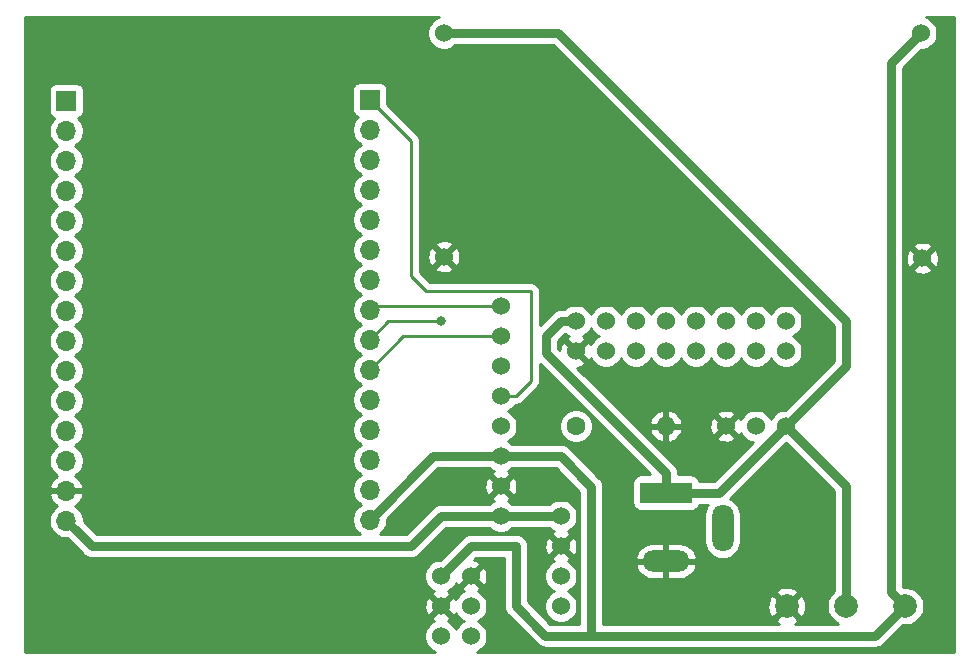
<source format=gtl>
%TF.GenerationSoftware,KiCad,Pcbnew,5.1.6-c6e7f7d~87~ubuntu18.04.1*%
%TF.CreationDate,2020-11-08T20:46:57+01:00*%
%TF.ProjectId,bleskomat-board,626c6573-6b6f-46d6-9174-2d626f617264,rev?*%
%TF.SameCoordinates,Original*%
%TF.FileFunction,Copper,L1,Top*%
%TF.FilePolarity,Positive*%
%FSLAX46Y46*%
G04 Gerber Fmt 4.6, Leading zero omitted, Abs format (unit mm)*
G04 Created by KiCad (PCBNEW 5.1.6-c6e7f7d~87~ubuntu18.04.1) date 2020-11-08 20:46:57*
%MOMM*%
%LPD*%
G01*
G04 APERTURE LIST*
%TA.AperFunction,ComponentPad*%
%ADD10R,4.399999X1.800000*%
%TD*%
%TA.AperFunction,ComponentPad*%
%ADD11O,4.000000X1.800000*%
%TD*%
%TA.AperFunction,ComponentPad*%
%ADD12O,1.800000X4.000000*%
%TD*%
%TA.AperFunction,ComponentPad*%
%ADD13C,1.524000*%
%TD*%
%TA.AperFunction,ComponentPad*%
%ADD14O,1.600000X1.600000*%
%TD*%
%TA.AperFunction,ComponentPad*%
%ADD15C,1.600000*%
%TD*%
%TA.AperFunction,ComponentPad*%
%ADD16C,2.000000*%
%TD*%
%TA.AperFunction,ComponentPad*%
%ADD17O,1.700000X1.700000*%
%TD*%
%TA.AperFunction,ComponentPad*%
%ADD18R,1.700000X1.700000*%
%TD*%
%TA.AperFunction,ViaPad*%
%ADD19C,0.800000*%
%TD*%
%TA.AperFunction,Conductor*%
%ADD20C,0.250000*%
%TD*%
%TA.AperFunction,Conductor*%
%ADD21C,0.762000*%
%TD*%
%TA.AperFunction,Conductor*%
%ADD22C,0.254000*%
%TD*%
G04 APERTURE END LIST*
D10*
%TO.P,barrel-jack,1*%
%TO.N,Net-(J1-Pad2)*%
X154940000Y-100880000D03*
D11*
%TO.P,barrel-jack,2*%
%TO.N,GND*%
X154940000Y-106680000D03*
D12*
%TO.P,barrel-jack,3*%
%TO.N,N/C*%
X159740000Y-103880000D03*
%TD*%
D13*
%TO.P,button,4*%
%TO.N,N/C*%
X146050000Y-110490000D03*
%TO.P,button,3*%
X146050000Y-107950000D03*
%TO.P,button,2*%
%TO.N,GND*%
X146050000Y-105410000D03*
%TO.P,button,1*%
%TO.N,Net-(U1-Pad15)*%
X146050000Y-102870000D03*
%TD*%
%TO.P,stepdown1,3*%
%TO.N,GND*%
X176657000Y-81026000D03*
%TO.P,stepdown1,4*%
%TO.N,Net-(J1-Pad3)*%
X176530000Y-61976000D03*
%TO.P,stepdown1,2*%
%TO.N,Net-(J1-Pad2)*%
X136144000Y-61976000D03*
%TO.P,stepdown1,1*%
%TO.N,GND*%
X136144000Y-80899000D03*
%TD*%
%TO.P,relay1,5*%
%TO.N,GND*%
X135890000Y-110490000D03*
%TO.P,relay1,4*%
%TO.N,Net-(U1-Pad19)*%
X135890000Y-113030000D03*
%TO.P,relay1,6*%
%TO.N,Net-(J1-Pad3)*%
X135890000Y-107950000D03*
%TO.P,relay1,1*%
%TO.N,N/C*%
X138430000Y-113030000D03*
%TO.P,relay1,2*%
%TO.N,Net-(coina-acceptor1-Pad3)*%
X138430000Y-110490000D03*
%TO.P,relay1,3*%
%TO.N,GND*%
X138430000Y-107950000D03*
%TD*%
D14*
%TO.P,R1,2*%
%TO.N,GND*%
X154940000Y-95250000D03*
D15*
%TO.P,R1,1*%
%TO.N,Net-(R1-Pad1)*%
X147320000Y-95250000D03*
%TD*%
D16*
%TO.P,alternative-power,3*%
%TO.N,Net-(J1-Pad3)*%
X175180000Y-110490000D03*
%TO.P,alternative-power,2*%
%TO.N,Net-(J1-Pad2)*%
X170180000Y-110490000D03*
%TO.P,alternative-power,1*%
%TO.N,GND*%
X165180000Y-110490000D03*
%TD*%
D13*
%TO.P,coina-acceptor1,1*%
%TO.N,Net-(J1-Pad2)*%
X165100000Y-95250000D03*
%TO.P,coina-acceptor1,2*%
%TO.N,Net-(U1-Pad20)*%
X162560000Y-95250000D03*
%TO.P,coina-acceptor1,3*%
%TO.N,GND*%
X160020000Y-95250000D03*
%TD*%
%TO.P,bill-acceptor1,4*%
%TO.N,N/C*%
X162560000Y-88900000D03*
%TO.P,bill-acceptor1,2*%
X165100000Y-88900000D03*
%TO.P,bill-acceptor1,16*%
%TO.N,GND*%
X147320000Y-88900000D03*
%TO.P,bill-acceptor1,14*%
%TO.N,N/C*%
X149860000Y-88900000D03*
%TO.P,bill-acceptor1,12*%
X152400000Y-88900000D03*
%TO.P,bill-acceptor1,10*%
X154940000Y-88900000D03*
%TO.P,bill-acceptor1,8*%
X157480000Y-88900000D03*
%TO.P,bill-acceptor1,6*%
X160020000Y-88900000D03*
%TO.P,bill-acceptor1,1*%
%TO.N,Net-(U1-Pad27)*%
X165100000Y-86360000D03*
%TO.P,bill-acceptor1,3*%
%TO.N,N/C*%
X162560000Y-86360000D03*
%TO.P,bill-acceptor1,5*%
X160020000Y-86360000D03*
%TO.P,bill-acceptor1,7*%
X157480000Y-86360000D03*
%TO.P,bill-acceptor1,9*%
X154940000Y-86360000D03*
%TO.P,bill-acceptor1,11*%
X152400000Y-86360000D03*
%TO.P,bill-acceptor1,13*%
X149860000Y-86360000D03*
%TO.P,bill-acceptor1,15*%
%TO.N,Net-(J1-Pad2)*%
X147320000Y-86360000D03*
%TD*%
%TO.P,tft,8*%
%TO.N,Net-(U1-Pad15)*%
X140970000Y-102870000D03*
%TO.P,tft,7*%
%TO.N,GND*%
X140970000Y-100330000D03*
%TO.P,tft,6*%
%TO.N,Net-(J1-Pad3)*%
X140970000Y-97790000D03*
%TO.P,tft,5*%
%TO.N,Net-(U1-Pad24)*%
X140970000Y-95250000D03*
%TO.P,tft,4*%
%TO.N,Net-(U1-Pad30)*%
X140970000Y-92710000D03*
%TO.P,tft,3*%
%TO.N,Net-(U1-Pad22)*%
X140970000Y-90170000D03*
%TO.P,tft,2*%
%TO.N,Net-(U1-Pad21)*%
X140970000Y-87630000D03*
%TO.P,tft,1*%
%TO.N,Net-(U1-Pad23)*%
X140970000Y-85090000D03*
%TD*%
D17*
%TO.P,esp32-dev,16*%
%TO.N,Net-(J1-Pad3)*%
X129870000Y-103160000D03*
%TO.P,esp32-dev,17*%
%TO.N,Net-(U1-Pad17)*%
X129870000Y-100620000D03*
%TO.P,esp32-dev,18*%
%TO.N,Net-(U1-Pad18)*%
X129870000Y-98080000D03*
%TO.P,esp32-dev,19*%
%TO.N,Net-(U1-Pad19)*%
X129870000Y-95540000D03*
%TO.P,esp32-dev,20*%
%TO.N,Net-(U1-Pad20)*%
X129870000Y-93000000D03*
%TO.P,esp32-dev,21*%
%TO.N,Net-(U1-Pad21)*%
X129870000Y-90460000D03*
%TO.P,esp32-dev,22*%
%TO.N,Net-(U1-Pad22)*%
X129870000Y-87920000D03*
%TO.P,esp32-dev,23*%
%TO.N,Net-(U1-Pad23)*%
X129870000Y-85380000D03*
%TO.P,esp32-dev,24*%
%TO.N,Net-(U1-Pad24)*%
X129870000Y-82840000D03*
%TO.P,esp32-dev,25*%
%TO.N,Net-(R1-Pad1)*%
X129870000Y-80300000D03*
%TO.P,esp32-dev,26*%
%TO.N,Net-(U1-Pad26)*%
X129870000Y-77760000D03*
%TO.P,esp32-dev,27*%
%TO.N,Net-(U1-Pad27)*%
X129870000Y-75220000D03*
%TO.P,esp32-dev,28*%
%TO.N,Net-(U1-Pad28)*%
X129870000Y-72680000D03*
%TO.P,esp32-dev,29*%
%TO.N,Net-(U1-Pad29)*%
X129870000Y-70140000D03*
D18*
%TO.P,esp32-dev,30*%
%TO.N,Net-(U1-Pad30)*%
X129870000Y-67600000D03*
X129870000Y-67600000D03*
D17*
%TO.P,esp32-dev,29*%
%TO.N,Net-(U1-Pad29)*%
X129870000Y-70140000D03*
%TO.P,esp32-dev,28*%
%TO.N,Net-(U1-Pad28)*%
X129870000Y-72680000D03*
%TO.P,esp32-dev,27*%
%TO.N,Net-(U1-Pad27)*%
X129870000Y-75220000D03*
%TO.P,esp32-dev,26*%
%TO.N,Net-(U1-Pad26)*%
X129870000Y-77760000D03*
%TO.P,esp32-dev,25*%
%TO.N,Net-(R1-Pad1)*%
X129870000Y-80300000D03*
%TO.P,esp32-dev,24*%
%TO.N,Net-(U1-Pad24)*%
X129870000Y-82840000D03*
%TO.P,esp32-dev,23*%
%TO.N,Net-(U1-Pad23)*%
X129870000Y-85380000D03*
%TO.P,esp32-dev,22*%
%TO.N,Net-(U1-Pad22)*%
X129870000Y-87920000D03*
%TO.P,esp32-dev,21*%
%TO.N,Net-(U1-Pad21)*%
X129870000Y-90460000D03*
%TO.P,esp32-dev,20*%
%TO.N,Net-(U1-Pad20)*%
X129870000Y-93000000D03*
%TO.P,esp32-dev,19*%
%TO.N,Net-(U1-Pad19)*%
X129870000Y-95540000D03*
%TO.P,esp32-dev,18*%
%TO.N,Net-(U1-Pad18)*%
X129870000Y-98080000D03*
%TO.P,esp32-dev,17*%
%TO.N,Net-(U1-Pad17)*%
X129870000Y-100620000D03*
%TO.P,esp32-dev,16*%
%TO.N,Net-(J1-Pad3)*%
X129870000Y-103160000D03*
%TO.P,esp32-dev,15*%
%TO.N,Net-(U1-Pad15)*%
X104170000Y-103260000D03*
%TO.P,esp32-dev,14*%
%TO.N,GND*%
X104170000Y-100720000D03*
%TO.P,esp32-dev,13*%
%TO.N,Net-(U1-Pad13)*%
X104170000Y-98180000D03*
%TO.P,esp32-dev,12*%
%TO.N,Net-(U1-Pad12)*%
X104170000Y-95640000D03*
%TO.P,esp32-dev,11*%
%TO.N,Net-(U1-Pad11)*%
X104170000Y-93100000D03*
%TO.P,esp32-dev,10*%
%TO.N,Net-(U1-Pad10)*%
X104170000Y-90560000D03*
%TO.P,esp32-dev,9*%
%TO.N,Net-(U1-Pad9)*%
X104170000Y-88020000D03*
%TO.P,esp32-dev,8*%
%TO.N,Net-(U1-Pad8)*%
X104170000Y-85480000D03*
%TO.P,esp32-dev,7*%
%TO.N,Net-(U1-Pad7)*%
X104170000Y-82940000D03*
%TO.P,esp32-dev,6*%
%TO.N,Net-(U1-Pad6)*%
X104170000Y-80400000D03*
%TO.P,esp32-dev,5*%
%TO.N,Net-(U1-Pad5)*%
X104170000Y-77860000D03*
%TO.P,esp32-dev,4*%
%TO.N,Net-(U1-Pad4)*%
X104170000Y-75320000D03*
%TO.P,esp32-dev,3*%
%TO.N,Net-(U1-Pad3)*%
X104170000Y-72780000D03*
%TO.P,esp32-dev,2*%
%TO.N,Net-(U1-Pad2)*%
X104170000Y-70240000D03*
D18*
%TO.P,esp32-dev,1*%
%TO.N,Net-(U1-Pad1)*%
X104170000Y-67700000D03*
X104170000Y-67700000D03*
D17*
%TO.P,esp32-dev,2*%
%TO.N,Net-(U1-Pad2)*%
X104170000Y-70240000D03*
%TO.P,esp32-dev,3*%
%TO.N,Net-(U1-Pad3)*%
X104170000Y-72780000D03*
%TO.P,esp32-dev,4*%
%TO.N,Net-(U1-Pad4)*%
X104170000Y-75320000D03*
%TO.P,esp32-dev,5*%
%TO.N,Net-(U1-Pad5)*%
X104170000Y-77860000D03*
%TO.P,esp32-dev,6*%
%TO.N,Net-(U1-Pad6)*%
X104170000Y-80400000D03*
%TO.P,esp32-dev,7*%
%TO.N,Net-(U1-Pad7)*%
X104170000Y-82940000D03*
%TO.P,esp32-dev,8*%
%TO.N,Net-(U1-Pad8)*%
X104170000Y-85480000D03*
%TO.P,esp32-dev,9*%
%TO.N,Net-(U1-Pad9)*%
X104170000Y-88020000D03*
%TO.P,esp32-dev,10*%
%TO.N,Net-(U1-Pad10)*%
X104170000Y-90560000D03*
%TO.P,esp32-dev,11*%
%TO.N,Net-(U1-Pad11)*%
X104170000Y-93100000D03*
%TO.P,esp32-dev,12*%
%TO.N,Net-(U1-Pad12)*%
X104170000Y-95640000D03*
%TO.P,esp32-dev,13*%
%TO.N,Net-(U1-Pad13)*%
X104170000Y-98180000D03*
%TO.P,esp32-dev,14*%
%TO.N,GND*%
X104170000Y-100720000D03*
%TO.P,esp32-dev,15*%
%TO.N,Net-(U1-Pad15)*%
X104170000Y-103260000D03*
%TD*%
D19*
%TO.N,Net-(U1-Pad22)*%
X135890000Y-86360000D03*
%TD*%
D20*
%TO.N,Net-(U1-Pad22)*%
X131430000Y-86360000D02*
X129870000Y-87920000D01*
X135890000Y-86360000D02*
X131430000Y-86360000D01*
%TO.N,Net-(U1-Pad21)*%
X132700000Y-87630000D02*
X129870000Y-90460000D01*
X140970000Y-87630000D02*
X132700000Y-87630000D01*
%TO.N,Net-(U1-Pad15)*%
X105245001Y-104335001D02*
X104170000Y-103260000D01*
D21*
X140970000Y-102870000D02*
X146050000Y-102870000D01*
X140970000Y-102870000D02*
X135890000Y-102870000D01*
X135890000Y-102870000D02*
X133350000Y-105410000D01*
X106320000Y-105410000D02*
X105230000Y-104320000D01*
X133350000Y-105410000D02*
X106320000Y-105410000D01*
X105230000Y-104320000D02*
X104170000Y-103260000D01*
D20*
%TO.N,Net-(U1-Pad23)*%
X130160000Y-85090000D02*
X129870000Y-85380000D01*
X140970000Y-85090000D02*
X130160000Y-85090000D01*
%TO.N,Net-(U1-Pad30)*%
X133350000Y-71080000D02*
X129870000Y-67600000D01*
X142240000Y-92710000D02*
X143510000Y-91440000D01*
X133350000Y-82550000D02*
X133350000Y-71080000D01*
X140970000Y-92710000D02*
X142240000Y-92710000D01*
X143510000Y-91440000D02*
X143510000Y-83820000D01*
X143510000Y-83820000D02*
X134620000Y-83820000D01*
X134620000Y-83820000D02*
X133350000Y-82550000D01*
%TO.N,Net-(J1-Pad2)*%
X154940000Y-100330000D02*
X154940000Y-100880000D01*
D21*
X154940000Y-99218000D02*
X144780000Y-89058000D01*
X154940000Y-100880000D02*
X154940000Y-99218000D01*
X144780000Y-89058000D02*
X144780000Y-87630000D01*
X146050000Y-86360000D02*
X147320000Y-86360000D01*
X144780000Y-87630000D02*
X146050000Y-86360000D01*
X159470000Y-100880000D02*
X165100000Y-95250000D01*
X154940000Y-100880000D02*
X159470000Y-100880000D01*
X170180000Y-90170000D02*
X165100000Y-95250000D01*
X170180000Y-86360000D02*
X170180000Y-90170000D01*
X136144000Y-61976000D02*
X145796000Y-61976000D01*
X145796000Y-61976000D02*
X170180000Y-86360000D01*
X170180000Y-110490000D02*
X170180000Y-100330000D01*
X170180000Y-100330000D02*
X165100000Y-95250000D01*
%TO.N,Net-(J1-Pad3)*%
X135240000Y-97790000D02*
X129870000Y-103160000D01*
X140970000Y-97790000D02*
X135240000Y-97790000D01*
X172680000Y-112990000D02*
X175180000Y-110490000D01*
X148630000Y-112990000D02*
X148630000Y-100370000D01*
X148630000Y-112990000D02*
X172680000Y-112990000D01*
X146050000Y-97790000D02*
X140970000Y-97790000D01*
X148630000Y-100370000D02*
X146050000Y-97790000D01*
X176530000Y-61976000D02*
X173990000Y-64516000D01*
X173990000Y-109300000D02*
X175180000Y-110490000D01*
X173990000Y-64516000D02*
X173990000Y-109300000D01*
X138430000Y-105410000D02*
X137160000Y-106680000D01*
X137160000Y-106680000D02*
X137233001Y-106606999D01*
X144740000Y-112990000D02*
X142240000Y-110490000D01*
X148630000Y-112990000D02*
X144740000Y-112990000D01*
X142240000Y-110490000D02*
X142240000Y-105410000D01*
X135890000Y-107950000D02*
X137160000Y-106680000D01*
X142240000Y-105410000D02*
X138430000Y-105410000D01*
%TD*%
D22*
%TO.N,GND*%
G36*
X135482273Y-60737995D02*
G01*
X135253465Y-60890880D01*
X135058880Y-61085465D01*
X134905995Y-61314273D01*
X134800686Y-61568510D01*
X134747000Y-61838408D01*
X134747000Y-62113592D01*
X134800686Y-62383490D01*
X134905995Y-62637727D01*
X135058880Y-62866535D01*
X135253465Y-63061120D01*
X135482273Y-63214005D01*
X135736510Y-63319314D01*
X136006408Y-63373000D01*
X136281592Y-63373000D01*
X136551490Y-63319314D01*
X136805727Y-63214005D01*
X137034535Y-63061120D01*
X137103655Y-62992000D01*
X145375160Y-62992000D01*
X169164000Y-86780841D01*
X169164001Y-89749158D01*
X165060160Y-93853000D01*
X164962408Y-93853000D01*
X164692510Y-93906686D01*
X164438273Y-94011995D01*
X164209465Y-94164880D01*
X164014880Y-94359465D01*
X163861995Y-94588273D01*
X163830000Y-94665515D01*
X163798005Y-94588273D01*
X163645120Y-94359465D01*
X163450535Y-94164880D01*
X163221727Y-94011995D01*
X162967490Y-93906686D01*
X162697592Y-93853000D01*
X162422408Y-93853000D01*
X162152510Y-93906686D01*
X161898273Y-94011995D01*
X161669465Y-94164880D01*
X161474880Y-94359465D01*
X161321995Y-94588273D01*
X161292308Y-94659943D01*
X161287636Y-94646977D01*
X161225656Y-94531020D01*
X160985565Y-94464040D01*
X160199605Y-95250000D01*
X160985565Y-96035960D01*
X161225656Y-95968980D01*
X161289485Y-95833240D01*
X161321995Y-95911727D01*
X161474880Y-96140535D01*
X161669465Y-96335120D01*
X161898273Y-96488005D01*
X162152510Y-96593314D01*
X162292083Y-96621077D01*
X159049160Y-99864000D01*
X157766646Y-99864000D01*
X157765811Y-99855518D01*
X157729501Y-99735820D01*
X157670536Y-99625506D01*
X157591184Y-99528815D01*
X157494493Y-99449463D01*
X157384179Y-99390498D01*
X157264481Y-99354188D01*
X157139999Y-99341928D01*
X155956000Y-99341928D01*
X155956000Y-99267902D01*
X155960915Y-99218000D01*
X155941298Y-99018829D01*
X155883202Y-98827313D01*
X155832899Y-98733202D01*
X155788860Y-98650810D01*
X155661896Y-98496104D01*
X155623133Y-98464292D01*
X152757880Y-95599039D01*
X153548096Y-95599039D01*
X153588754Y-95733087D01*
X153708963Y-95987420D01*
X153876481Y-96213414D01*
X154084869Y-96402385D01*
X154326119Y-96547070D01*
X154590960Y-96641909D01*
X154813000Y-96520624D01*
X154813000Y-95377000D01*
X155067000Y-95377000D01*
X155067000Y-96520624D01*
X155289040Y-96641909D01*
X155553881Y-96547070D01*
X155795131Y-96402385D01*
X156001146Y-96215565D01*
X159234040Y-96215565D01*
X159301020Y-96455656D01*
X159550048Y-96572756D01*
X159817135Y-96639023D01*
X160092017Y-96651910D01*
X160364133Y-96610922D01*
X160623023Y-96517636D01*
X160738980Y-96455656D01*
X160805960Y-96215565D01*
X160020000Y-95429605D01*
X159234040Y-96215565D01*
X156001146Y-96215565D01*
X156003519Y-96213414D01*
X156171037Y-95987420D01*
X156291246Y-95733087D01*
X156331904Y-95599039D01*
X156209915Y-95377000D01*
X155067000Y-95377000D01*
X154813000Y-95377000D01*
X153670085Y-95377000D01*
X153548096Y-95599039D01*
X152757880Y-95599039D01*
X152480858Y-95322017D01*
X158618090Y-95322017D01*
X158659078Y-95594133D01*
X158752364Y-95853023D01*
X158814344Y-95968980D01*
X159054435Y-96035960D01*
X159840395Y-95250000D01*
X159054435Y-94464040D01*
X158814344Y-94531020D01*
X158697244Y-94780048D01*
X158630977Y-95047135D01*
X158618090Y-95322017D01*
X152480858Y-95322017D01*
X152059802Y-94900961D01*
X153548096Y-94900961D01*
X153670085Y-95123000D01*
X154813000Y-95123000D01*
X154813000Y-93979376D01*
X155067000Y-93979376D01*
X155067000Y-95123000D01*
X156209915Y-95123000D01*
X156331904Y-94900961D01*
X156291246Y-94766913D01*
X156171037Y-94512580D01*
X156003519Y-94286586D01*
X156001147Y-94284435D01*
X159234040Y-94284435D01*
X160020000Y-95070395D01*
X160805960Y-94284435D01*
X160738980Y-94044344D01*
X160489952Y-93927244D01*
X160222865Y-93860977D01*
X159947983Y-93848090D01*
X159675867Y-93889078D01*
X159416977Y-93982364D01*
X159301020Y-94044344D01*
X159234040Y-94284435D01*
X156001147Y-94284435D01*
X155795131Y-94097615D01*
X155553881Y-93952930D01*
X155289040Y-93858091D01*
X155067000Y-93979376D01*
X154813000Y-93979376D01*
X154590960Y-93858091D01*
X154326119Y-93952930D01*
X154084869Y-94097615D01*
X153876481Y-94286586D01*
X153708963Y-94512580D01*
X153588754Y-94766913D01*
X153548096Y-94900961D01*
X152059802Y-94900961D01*
X147451752Y-90292912D01*
X147664133Y-90260922D01*
X147923023Y-90167636D01*
X148038980Y-90105656D01*
X148105960Y-89865565D01*
X147320000Y-89079605D01*
X147305858Y-89093748D01*
X147126253Y-88914143D01*
X147140395Y-88900000D01*
X146354435Y-88114040D01*
X146114344Y-88181020D01*
X145997244Y-88430048D01*
X145930977Y-88697135D01*
X145927618Y-88768778D01*
X145796000Y-88637160D01*
X145796000Y-88050840D01*
X146415593Y-87431248D01*
X146429465Y-87445120D01*
X146658273Y-87598005D01*
X146729943Y-87627692D01*
X146716977Y-87632364D01*
X146601020Y-87694344D01*
X146534040Y-87934435D01*
X147320000Y-88720395D01*
X148105960Y-87934435D01*
X148038980Y-87694344D01*
X147903240Y-87630515D01*
X147981727Y-87598005D01*
X148210535Y-87445120D01*
X148405120Y-87250535D01*
X148558005Y-87021727D01*
X148590000Y-86944485D01*
X148621995Y-87021727D01*
X148774880Y-87250535D01*
X148969465Y-87445120D01*
X149198273Y-87598005D01*
X149275515Y-87630000D01*
X149198273Y-87661995D01*
X148969465Y-87814880D01*
X148774880Y-88009465D01*
X148621995Y-88238273D01*
X148592308Y-88309943D01*
X148587636Y-88296977D01*
X148525656Y-88181020D01*
X148285565Y-88114040D01*
X147499605Y-88900000D01*
X148285565Y-89685960D01*
X148525656Y-89618980D01*
X148589485Y-89483240D01*
X148621995Y-89561727D01*
X148774880Y-89790535D01*
X148969465Y-89985120D01*
X149198273Y-90138005D01*
X149452510Y-90243314D01*
X149722408Y-90297000D01*
X149997592Y-90297000D01*
X150267490Y-90243314D01*
X150521727Y-90138005D01*
X150750535Y-89985120D01*
X150945120Y-89790535D01*
X151098005Y-89561727D01*
X151130000Y-89484485D01*
X151161995Y-89561727D01*
X151314880Y-89790535D01*
X151509465Y-89985120D01*
X151738273Y-90138005D01*
X151992510Y-90243314D01*
X152262408Y-90297000D01*
X152537592Y-90297000D01*
X152807490Y-90243314D01*
X153061727Y-90138005D01*
X153290535Y-89985120D01*
X153485120Y-89790535D01*
X153638005Y-89561727D01*
X153670000Y-89484485D01*
X153701995Y-89561727D01*
X153854880Y-89790535D01*
X154049465Y-89985120D01*
X154278273Y-90138005D01*
X154532510Y-90243314D01*
X154802408Y-90297000D01*
X155077592Y-90297000D01*
X155347490Y-90243314D01*
X155601727Y-90138005D01*
X155830535Y-89985120D01*
X156025120Y-89790535D01*
X156178005Y-89561727D01*
X156210000Y-89484485D01*
X156241995Y-89561727D01*
X156394880Y-89790535D01*
X156589465Y-89985120D01*
X156818273Y-90138005D01*
X157072510Y-90243314D01*
X157342408Y-90297000D01*
X157617592Y-90297000D01*
X157887490Y-90243314D01*
X158141727Y-90138005D01*
X158370535Y-89985120D01*
X158565120Y-89790535D01*
X158718005Y-89561727D01*
X158750000Y-89484485D01*
X158781995Y-89561727D01*
X158934880Y-89790535D01*
X159129465Y-89985120D01*
X159358273Y-90138005D01*
X159612510Y-90243314D01*
X159882408Y-90297000D01*
X160157592Y-90297000D01*
X160427490Y-90243314D01*
X160681727Y-90138005D01*
X160910535Y-89985120D01*
X161105120Y-89790535D01*
X161258005Y-89561727D01*
X161290000Y-89484485D01*
X161321995Y-89561727D01*
X161474880Y-89790535D01*
X161669465Y-89985120D01*
X161898273Y-90138005D01*
X162152510Y-90243314D01*
X162422408Y-90297000D01*
X162697592Y-90297000D01*
X162967490Y-90243314D01*
X163221727Y-90138005D01*
X163450535Y-89985120D01*
X163645120Y-89790535D01*
X163798005Y-89561727D01*
X163830000Y-89484485D01*
X163861995Y-89561727D01*
X164014880Y-89790535D01*
X164209465Y-89985120D01*
X164438273Y-90138005D01*
X164692510Y-90243314D01*
X164962408Y-90297000D01*
X165237592Y-90297000D01*
X165507490Y-90243314D01*
X165761727Y-90138005D01*
X165990535Y-89985120D01*
X166185120Y-89790535D01*
X166338005Y-89561727D01*
X166443314Y-89307490D01*
X166497000Y-89037592D01*
X166497000Y-88762408D01*
X166443314Y-88492510D01*
X166338005Y-88238273D01*
X166185120Y-88009465D01*
X165990535Y-87814880D01*
X165761727Y-87661995D01*
X165684485Y-87630000D01*
X165761727Y-87598005D01*
X165990535Y-87445120D01*
X166185120Y-87250535D01*
X166338005Y-87021727D01*
X166443314Y-86767490D01*
X166497000Y-86497592D01*
X166497000Y-86222408D01*
X166443314Y-85952510D01*
X166338005Y-85698273D01*
X166185120Y-85469465D01*
X165990535Y-85274880D01*
X165761727Y-85121995D01*
X165507490Y-85016686D01*
X165237592Y-84963000D01*
X164962408Y-84963000D01*
X164692510Y-85016686D01*
X164438273Y-85121995D01*
X164209465Y-85274880D01*
X164014880Y-85469465D01*
X163861995Y-85698273D01*
X163830000Y-85775515D01*
X163798005Y-85698273D01*
X163645120Y-85469465D01*
X163450535Y-85274880D01*
X163221727Y-85121995D01*
X162967490Y-85016686D01*
X162697592Y-84963000D01*
X162422408Y-84963000D01*
X162152510Y-85016686D01*
X161898273Y-85121995D01*
X161669465Y-85274880D01*
X161474880Y-85469465D01*
X161321995Y-85698273D01*
X161290000Y-85775515D01*
X161258005Y-85698273D01*
X161105120Y-85469465D01*
X160910535Y-85274880D01*
X160681727Y-85121995D01*
X160427490Y-85016686D01*
X160157592Y-84963000D01*
X159882408Y-84963000D01*
X159612510Y-85016686D01*
X159358273Y-85121995D01*
X159129465Y-85274880D01*
X158934880Y-85469465D01*
X158781995Y-85698273D01*
X158750000Y-85775515D01*
X158718005Y-85698273D01*
X158565120Y-85469465D01*
X158370535Y-85274880D01*
X158141727Y-85121995D01*
X157887490Y-85016686D01*
X157617592Y-84963000D01*
X157342408Y-84963000D01*
X157072510Y-85016686D01*
X156818273Y-85121995D01*
X156589465Y-85274880D01*
X156394880Y-85469465D01*
X156241995Y-85698273D01*
X156210000Y-85775515D01*
X156178005Y-85698273D01*
X156025120Y-85469465D01*
X155830535Y-85274880D01*
X155601727Y-85121995D01*
X155347490Y-85016686D01*
X155077592Y-84963000D01*
X154802408Y-84963000D01*
X154532510Y-85016686D01*
X154278273Y-85121995D01*
X154049465Y-85274880D01*
X153854880Y-85469465D01*
X153701995Y-85698273D01*
X153670000Y-85775515D01*
X153638005Y-85698273D01*
X153485120Y-85469465D01*
X153290535Y-85274880D01*
X153061727Y-85121995D01*
X152807490Y-85016686D01*
X152537592Y-84963000D01*
X152262408Y-84963000D01*
X151992510Y-85016686D01*
X151738273Y-85121995D01*
X151509465Y-85274880D01*
X151314880Y-85469465D01*
X151161995Y-85698273D01*
X151130000Y-85775515D01*
X151098005Y-85698273D01*
X150945120Y-85469465D01*
X150750535Y-85274880D01*
X150521727Y-85121995D01*
X150267490Y-85016686D01*
X149997592Y-84963000D01*
X149722408Y-84963000D01*
X149452510Y-85016686D01*
X149198273Y-85121995D01*
X148969465Y-85274880D01*
X148774880Y-85469465D01*
X148621995Y-85698273D01*
X148590000Y-85775515D01*
X148558005Y-85698273D01*
X148405120Y-85469465D01*
X148210535Y-85274880D01*
X147981727Y-85121995D01*
X147727490Y-85016686D01*
X147457592Y-84963000D01*
X147182408Y-84963000D01*
X146912510Y-85016686D01*
X146658273Y-85121995D01*
X146429465Y-85274880D01*
X146360345Y-85344000D01*
X146099893Y-85344000D01*
X146049999Y-85339086D01*
X146000105Y-85344000D01*
X146000098Y-85344000D01*
X145850829Y-85358702D01*
X145659313Y-85416798D01*
X145482810Y-85511140D01*
X145328104Y-85638104D01*
X145296294Y-85676865D01*
X144270000Y-86703160D01*
X144270000Y-83857333D01*
X144273677Y-83820000D01*
X144259003Y-83671014D01*
X144215546Y-83527753D01*
X144144974Y-83395724D01*
X144050001Y-83279999D01*
X143934276Y-83185026D01*
X143802247Y-83114454D01*
X143658986Y-83070997D01*
X143547333Y-83060000D01*
X143510000Y-83056323D01*
X143472667Y-83060000D01*
X134934802Y-83060000D01*
X134110000Y-82235199D01*
X134110000Y-81864565D01*
X135358040Y-81864565D01*
X135425020Y-82104656D01*
X135674048Y-82221756D01*
X135941135Y-82288023D01*
X136216017Y-82300910D01*
X136488133Y-82259922D01*
X136747023Y-82166636D01*
X136862980Y-82104656D01*
X136929960Y-81864565D01*
X136144000Y-81078605D01*
X135358040Y-81864565D01*
X134110000Y-81864565D01*
X134110000Y-80971017D01*
X134742090Y-80971017D01*
X134783078Y-81243133D01*
X134876364Y-81502023D01*
X134938344Y-81617980D01*
X135178435Y-81684960D01*
X135964395Y-80899000D01*
X136323605Y-80899000D01*
X137109565Y-81684960D01*
X137349656Y-81617980D01*
X137466756Y-81368952D01*
X137533023Y-81101865D01*
X137545910Y-80826983D01*
X137504922Y-80554867D01*
X137411636Y-80295977D01*
X137349656Y-80180020D01*
X137109565Y-80113040D01*
X136323605Y-80899000D01*
X135964395Y-80899000D01*
X135178435Y-80113040D01*
X134938344Y-80180020D01*
X134821244Y-80429048D01*
X134754977Y-80696135D01*
X134742090Y-80971017D01*
X134110000Y-80971017D01*
X134110000Y-79933435D01*
X135358040Y-79933435D01*
X136144000Y-80719395D01*
X136929960Y-79933435D01*
X136862980Y-79693344D01*
X136613952Y-79576244D01*
X136346865Y-79509977D01*
X136071983Y-79497090D01*
X135799867Y-79538078D01*
X135540977Y-79631364D01*
X135425020Y-79693344D01*
X135358040Y-79933435D01*
X134110000Y-79933435D01*
X134110000Y-71117322D01*
X134113676Y-71079999D01*
X134110000Y-71042676D01*
X134110000Y-71042667D01*
X134099003Y-70931014D01*
X134055546Y-70787753D01*
X133984974Y-70655724D01*
X133890001Y-70539999D01*
X133861003Y-70516201D01*
X131358072Y-68013271D01*
X131358072Y-66750000D01*
X131345812Y-66625518D01*
X131309502Y-66505820D01*
X131250537Y-66395506D01*
X131171185Y-66298815D01*
X131074494Y-66219463D01*
X130964180Y-66160498D01*
X130844482Y-66124188D01*
X130720000Y-66111928D01*
X129020000Y-66111928D01*
X128895518Y-66124188D01*
X128775820Y-66160498D01*
X128665506Y-66219463D01*
X128568815Y-66298815D01*
X128489463Y-66395506D01*
X128430498Y-66505820D01*
X128394188Y-66625518D01*
X128381928Y-66750000D01*
X128381928Y-68450000D01*
X128394188Y-68574482D01*
X128430498Y-68694180D01*
X128489463Y-68804494D01*
X128568815Y-68901185D01*
X128665506Y-68980537D01*
X128775820Y-69039502D01*
X128848380Y-69061513D01*
X128716525Y-69193368D01*
X128554010Y-69436589D01*
X128442068Y-69706842D01*
X128385000Y-69993740D01*
X128385000Y-70286260D01*
X128442068Y-70573158D01*
X128554010Y-70843411D01*
X128716525Y-71086632D01*
X128923368Y-71293475D01*
X129097760Y-71410000D01*
X128923368Y-71526525D01*
X128716525Y-71733368D01*
X128554010Y-71976589D01*
X128442068Y-72246842D01*
X128385000Y-72533740D01*
X128385000Y-72826260D01*
X128442068Y-73113158D01*
X128554010Y-73383411D01*
X128716525Y-73626632D01*
X128923368Y-73833475D01*
X129097760Y-73950000D01*
X128923368Y-74066525D01*
X128716525Y-74273368D01*
X128554010Y-74516589D01*
X128442068Y-74786842D01*
X128385000Y-75073740D01*
X128385000Y-75366260D01*
X128442068Y-75653158D01*
X128554010Y-75923411D01*
X128716525Y-76166632D01*
X128923368Y-76373475D01*
X129097760Y-76490000D01*
X128923368Y-76606525D01*
X128716525Y-76813368D01*
X128554010Y-77056589D01*
X128442068Y-77326842D01*
X128385000Y-77613740D01*
X128385000Y-77906260D01*
X128442068Y-78193158D01*
X128554010Y-78463411D01*
X128716525Y-78706632D01*
X128923368Y-78913475D01*
X129097760Y-79030000D01*
X128923368Y-79146525D01*
X128716525Y-79353368D01*
X128554010Y-79596589D01*
X128442068Y-79866842D01*
X128385000Y-80153740D01*
X128385000Y-80446260D01*
X128442068Y-80733158D01*
X128554010Y-81003411D01*
X128716525Y-81246632D01*
X128923368Y-81453475D01*
X129097760Y-81570000D01*
X128923368Y-81686525D01*
X128716525Y-81893368D01*
X128554010Y-82136589D01*
X128442068Y-82406842D01*
X128385000Y-82693740D01*
X128385000Y-82986260D01*
X128442068Y-83273158D01*
X128554010Y-83543411D01*
X128716525Y-83786632D01*
X128923368Y-83993475D01*
X129097760Y-84110000D01*
X128923368Y-84226525D01*
X128716525Y-84433368D01*
X128554010Y-84676589D01*
X128442068Y-84946842D01*
X128385000Y-85233740D01*
X128385000Y-85526260D01*
X128442068Y-85813158D01*
X128554010Y-86083411D01*
X128716525Y-86326632D01*
X128923368Y-86533475D01*
X129097760Y-86650000D01*
X128923368Y-86766525D01*
X128716525Y-86973368D01*
X128554010Y-87216589D01*
X128442068Y-87486842D01*
X128385000Y-87773740D01*
X128385000Y-88066260D01*
X128442068Y-88353158D01*
X128554010Y-88623411D01*
X128716525Y-88866632D01*
X128923368Y-89073475D01*
X129097760Y-89190000D01*
X128923368Y-89306525D01*
X128716525Y-89513368D01*
X128554010Y-89756589D01*
X128442068Y-90026842D01*
X128385000Y-90313740D01*
X128385000Y-90606260D01*
X128442068Y-90893158D01*
X128554010Y-91163411D01*
X128716525Y-91406632D01*
X128923368Y-91613475D01*
X129097760Y-91730000D01*
X128923368Y-91846525D01*
X128716525Y-92053368D01*
X128554010Y-92296589D01*
X128442068Y-92566842D01*
X128385000Y-92853740D01*
X128385000Y-93146260D01*
X128442068Y-93433158D01*
X128554010Y-93703411D01*
X128716525Y-93946632D01*
X128923368Y-94153475D01*
X129097760Y-94270000D01*
X128923368Y-94386525D01*
X128716525Y-94593368D01*
X128554010Y-94836589D01*
X128442068Y-95106842D01*
X128385000Y-95393740D01*
X128385000Y-95686260D01*
X128442068Y-95973158D01*
X128554010Y-96243411D01*
X128716525Y-96486632D01*
X128923368Y-96693475D01*
X129097760Y-96810000D01*
X128923368Y-96926525D01*
X128716525Y-97133368D01*
X128554010Y-97376589D01*
X128442068Y-97646842D01*
X128385000Y-97933740D01*
X128385000Y-98226260D01*
X128442068Y-98513158D01*
X128554010Y-98783411D01*
X128716525Y-99026632D01*
X128923368Y-99233475D01*
X129097760Y-99350000D01*
X128923368Y-99466525D01*
X128716525Y-99673368D01*
X128554010Y-99916589D01*
X128442068Y-100186842D01*
X128385000Y-100473740D01*
X128385000Y-100766260D01*
X128442068Y-101053158D01*
X128554010Y-101323411D01*
X128716525Y-101566632D01*
X128923368Y-101773475D01*
X129097760Y-101890000D01*
X128923368Y-102006525D01*
X128716525Y-102213368D01*
X128554010Y-102456589D01*
X128442068Y-102726842D01*
X128385000Y-103013740D01*
X128385000Y-103306260D01*
X128442068Y-103593158D01*
X128554010Y-103863411D01*
X128716525Y-104106632D01*
X128923368Y-104313475D01*
X129043882Y-104394000D01*
X106740841Y-104394000D01*
X105983710Y-103636870D01*
X105983706Y-103636865D01*
X105655000Y-103308159D01*
X105655000Y-103113740D01*
X105597932Y-102826842D01*
X105485990Y-102556589D01*
X105323475Y-102313368D01*
X105116632Y-102106525D01*
X104934466Y-101984805D01*
X105051355Y-101915178D01*
X105267588Y-101720269D01*
X105441641Y-101486920D01*
X105566825Y-101224099D01*
X105611476Y-101076890D01*
X105490155Y-100847000D01*
X104297000Y-100847000D01*
X104297000Y-100867000D01*
X104043000Y-100867000D01*
X104043000Y-100847000D01*
X102849845Y-100847000D01*
X102728524Y-101076890D01*
X102773175Y-101224099D01*
X102898359Y-101486920D01*
X103072412Y-101720269D01*
X103288645Y-101915178D01*
X103405534Y-101984805D01*
X103223368Y-102106525D01*
X103016525Y-102313368D01*
X102854010Y-102556589D01*
X102742068Y-102826842D01*
X102685000Y-103113740D01*
X102685000Y-103406260D01*
X102742068Y-103693158D01*
X102854010Y-103963411D01*
X103016525Y-104206632D01*
X103223368Y-104413475D01*
X103466589Y-104575990D01*
X103736842Y-104687932D01*
X104023740Y-104745000D01*
X104218159Y-104745000D01*
X104546865Y-105073706D01*
X104546870Y-105073710D01*
X105566292Y-106093133D01*
X105598104Y-106131896D01*
X105752810Y-106258860D01*
X105929311Y-106353201D01*
X105929313Y-106353202D01*
X106120829Y-106411298D01*
X106320000Y-106430915D01*
X106369902Y-106426000D01*
X133300098Y-106426000D01*
X133350000Y-106430915D01*
X133399902Y-106426000D01*
X133549171Y-106411298D01*
X133740687Y-106353202D01*
X133917190Y-106258860D01*
X134071896Y-106131896D01*
X134103712Y-106093128D01*
X136310841Y-103886000D01*
X140010345Y-103886000D01*
X140079465Y-103955120D01*
X140308273Y-104108005D01*
X140562510Y-104213314D01*
X140832408Y-104267000D01*
X141107592Y-104267000D01*
X141377490Y-104213314D01*
X141631727Y-104108005D01*
X141860535Y-103955120D01*
X141929655Y-103886000D01*
X145090345Y-103886000D01*
X145159465Y-103955120D01*
X145388273Y-104108005D01*
X145459943Y-104137692D01*
X145446977Y-104142364D01*
X145331020Y-104204344D01*
X145264040Y-104444435D01*
X146050000Y-105230395D01*
X146835960Y-104444435D01*
X146768980Y-104204344D01*
X146633240Y-104140515D01*
X146711727Y-104108005D01*
X146940535Y-103955120D01*
X147135120Y-103760535D01*
X147288005Y-103531727D01*
X147393314Y-103277490D01*
X147447000Y-103007592D01*
X147447000Y-102732408D01*
X147393314Y-102462510D01*
X147288005Y-102208273D01*
X147135120Y-101979465D01*
X146940535Y-101784880D01*
X146711727Y-101631995D01*
X146457490Y-101526686D01*
X146187592Y-101473000D01*
X145912408Y-101473000D01*
X145642510Y-101526686D01*
X145388273Y-101631995D01*
X145159465Y-101784880D01*
X145090345Y-101854000D01*
X141929655Y-101854000D01*
X141860535Y-101784880D01*
X141631727Y-101631995D01*
X141560057Y-101602308D01*
X141573023Y-101597636D01*
X141688980Y-101535656D01*
X141755960Y-101295565D01*
X140970000Y-100509605D01*
X140184040Y-101295565D01*
X140251020Y-101535656D01*
X140386760Y-101599485D01*
X140308273Y-101631995D01*
X140079465Y-101784880D01*
X140010345Y-101854000D01*
X135939893Y-101854000D01*
X135889999Y-101849086D01*
X135840105Y-101854000D01*
X135840098Y-101854000D01*
X135710177Y-101866796D01*
X135690828Y-101868702D01*
X135632732Y-101886326D01*
X135499313Y-101926798D01*
X135322810Y-102021140D01*
X135168104Y-102148104D01*
X135136292Y-102186867D01*
X132929160Y-104394000D01*
X130696118Y-104394000D01*
X130816632Y-104313475D01*
X131023475Y-104106632D01*
X131185990Y-103863411D01*
X131297932Y-103593158D01*
X131355000Y-103306260D01*
X131355000Y-103111840D01*
X134064823Y-100402017D01*
X139568090Y-100402017D01*
X139609078Y-100674133D01*
X139702364Y-100933023D01*
X139764344Y-101048980D01*
X140004435Y-101115960D01*
X140790395Y-100330000D01*
X141149605Y-100330000D01*
X141935565Y-101115960D01*
X142175656Y-101048980D01*
X142292756Y-100799952D01*
X142359023Y-100532865D01*
X142371910Y-100257983D01*
X142330922Y-99985867D01*
X142237636Y-99726977D01*
X142175656Y-99611020D01*
X141935565Y-99544040D01*
X141149605Y-100330000D01*
X140790395Y-100330000D01*
X140004435Y-99544040D01*
X139764344Y-99611020D01*
X139647244Y-99860048D01*
X139580977Y-100127135D01*
X139568090Y-100402017D01*
X134064823Y-100402017D01*
X135660841Y-98806000D01*
X140010345Y-98806000D01*
X140079465Y-98875120D01*
X140308273Y-99028005D01*
X140379943Y-99057692D01*
X140366977Y-99062364D01*
X140251020Y-99124344D01*
X140184040Y-99364435D01*
X140970000Y-100150395D01*
X141755960Y-99364435D01*
X141688980Y-99124344D01*
X141553240Y-99060515D01*
X141631727Y-99028005D01*
X141860535Y-98875120D01*
X141929655Y-98806000D01*
X145629160Y-98806000D01*
X147614001Y-100790842D01*
X147614000Y-111974000D01*
X145160841Y-111974000D01*
X143256000Y-110069160D01*
X143256000Y-107812408D01*
X144653000Y-107812408D01*
X144653000Y-108087592D01*
X144706686Y-108357490D01*
X144811995Y-108611727D01*
X144964880Y-108840535D01*
X145159465Y-109035120D01*
X145388273Y-109188005D01*
X145465515Y-109220000D01*
X145388273Y-109251995D01*
X145159465Y-109404880D01*
X144964880Y-109599465D01*
X144811995Y-109828273D01*
X144706686Y-110082510D01*
X144653000Y-110352408D01*
X144653000Y-110627592D01*
X144706686Y-110897490D01*
X144811995Y-111151727D01*
X144964880Y-111380535D01*
X145159465Y-111575120D01*
X145388273Y-111728005D01*
X145642510Y-111833314D01*
X145912408Y-111887000D01*
X146187592Y-111887000D01*
X146457490Y-111833314D01*
X146711727Y-111728005D01*
X146940535Y-111575120D01*
X147135120Y-111380535D01*
X147288005Y-111151727D01*
X147393314Y-110897490D01*
X147447000Y-110627592D01*
X147447000Y-110352408D01*
X147393314Y-110082510D01*
X147288005Y-109828273D01*
X147135120Y-109599465D01*
X146940535Y-109404880D01*
X146711727Y-109251995D01*
X146634485Y-109220000D01*
X146711727Y-109188005D01*
X146940535Y-109035120D01*
X147135120Y-108840535D01*
X147288005Y-108611727D01*
X147393314Y-108357490D01*
X147447000Y-108087592D01*
X147447000Y-107812408D01*
X147393314Y-107542510D01*
X147288005Y-107288273D01*
X147135120Y-107059465D01*
X146940535Y-106864880D01*
X146711727Y-106711995D01*
X146640057Y-106682308D01*
X146653023Y-106677636D01*
X146768980Y-106615656D01*
X146835960Y-106375565D01*
X146050000Y-105589605D01*
X145264040Y-106375565D01*
X145331020Y-106615656D01*
X145466760Y-106679485D01*
X145388273Y-106711995D01*
X145159465Y-106864880D01*
X144964880Y-107059465D01*
X144811995Y-107288273D01*
X144706686Y-107542510D01*
X144653000Y-107812408D01*
X143256000Y-107812408D01*
X143256000Y-105482017D01*
X144648090Y-105482017D01*
X144689078Y-105754133D01*
X144782364Y-106013023D01*
X144844344Y-106128980D01*
X145084435Y-106195960D01*
X145870395Y-105410000D01*
X146229605Y-105410000D01*
X147015565Y-106195960D01*
X147255656Y-106128980D01*
X147372756Y-105879952D01*
X147439023Y-105612865D01*
X147451910Y-105337983D01*
X147410922Y-105065867D01*
X147317636Y-104806977D01*
X147255656Y-104691020D01*
X147015565Y-104624040D01*
X146229605Y-105410000D01*
X145870395Y-105410000D01*
X145084435Y-104624040D01*
X144844344Y-104691020D01*
X144727244Y-104940048D01*
X144660977Y-105207135D01*
X144648090Y-105482017D01*
X143256000Y-105482017D01*
X143256000Y-105459902D01*
X143260915Y-105410000D01*
X143254111Y-105340914D01*
X143241298Y-105210829D01*
X143183202Y-105019313D01*
X143088860Y-104842810D01*
X142961896Y-104688104D01*
X142807190Y-104561140D01*
X142630687Y-104466798D01*
X142439171Y-104408702D01*
X142240000Y-104389085D01*
X142190098Y-104394000D01*
X138479893Y-104394000D01*
X138429999Y-104389086D01*
X138380105Y-104394000D01*
X138380098Y-104394000D01*
X138230829Y-104408702D01*
X138039313Y-104466798D01*
X137862810Y-104561140D01*
X137708104Y-104688104D01*
X137676294Y-104726865D01*
X136476870Y-105926290D01*
X136476865Y-105926294D01*
X135850159Y-106553000D01*
X135752408Y-106553000D01*
X135482510Y-106606686D01*
X135228273Y-106711995D01*
X134999465Y-106864880D01*
X134804880Y-107059465D01*
X134651995Y-107288273D01*
X134546686Y-107542510D01*
X134493000Y-107812408D01*
X134493000Y-108087592D01*
X134546686Y-108357490D01*
X134651995Y-108611727D01*
X134804880Y-108840535D01*
X134999465Y-109035120D01*
X135228273Y-109188005D01*
X135299943Y-109217692D01*
X135286977Y-109222364D01*
X135171020Y-109284344D01*
X135104040Y-109524435D01*
X135890000Y-110310395D01*
X136675960Y-109524435D01*
X136608980Y-109284344D01*
X136473240Y-109220515D01*
X136551727Y-109188005D01*
X136780535Y-109035120D01*
X136975120Y-108840535D01*
X137128005Y-108611727D01*
X137157692Y-108540057D01*
X137162364Y-108553023D01*
X137224344Y-108668980D01*
X137464435Y-108735960D01*
X138250395Y-107950000D01*
X138609605Y-107950000D01*
X139395565Y-108735960D01*
X139635656Y-108668980D01*
X139752756Y-108419952D01*
X139819023Y-108152865D01*
X139831910Y-107877983D01*
X139790922Y-107605867D01*
X139697636Y-107346977D01*
X139635656Y-107231020D01*
X139395565Y-107164040D01*
X138609605Y-107950000D01*
X138250395Y-107950000D01*
X138236253Y-107935858D01*
X138415858Y-107756253D01*
X138430000Y-107770395D01*
X139215960Y-106984435D01*
X139148980Y-106744344D01*
X138899952Y-106627244D01*
X138699364Y-106577476D01*
X138850841Y-106426000D01*
X141224001Y-106426000D01*
X141224000Y-110440098D01*
X141219085Y-110490000D01*
X141224000Y-110539901D01*
X141238702Y-110689170D01*
X141296798Y-110880686D01*
X141391140Y-111057190D01*
X141518104Y-111211896D01*
X141556872Y-111243712D01*
X143986292Y-113673133D01*
X144018104Y-113711896D01*
X144172810Y-113838860D01*
X144287832Y-113900340D01*
X144349312Y-113933202D01*
X144540829Y-113991298D01*
X144740000Y-114010915D01*
X144789902Y-114006000D01*
X148580098Y-114006000D01*
X148630000Y-114010915D01*
X148679902Y-114006000D01*
X172630098Y-114006000D01*
X172680000Y-114010915D01*
X172729902Y-114006000D01*
X172879171Y-113991298D01*
X173070687Y-113933202D01*
X173247190Y-113838860D01*
X173401896Y-113711896D01*
X173433712Y-113673128D01*
X174988000Y-112118840D01*
X175018967Y-112125000D01*
X175341033Y-112125000D01*
X175656912Y-112062168D01*
X175954463Y-111938918D01*
X176222252Y-111759987D01*
X176449987Y-111532252D01*
X176628918Y-111264463D01*
X176752168Y-110966912D01*
X176815000Y-110651033D01*
X176815000Y-110328967D01*
X176752168Y-110013088D01*
X176628918Y-109715537D01*
X176449987Y-109447748D01*
X176222252Y-109220013D01*
X175954463Y-109041082D01*
X175656912Y-108917832D01*
X175341033Y-108855000D01*
X175018967Y-108855000D01*
X175006000Y-108857579D01*
X175006000Y-81991565D01*
X175871040Y-81991565D01*
X175938020Y-82231656D01*
X176187048Y-82348756D01*
X176454135Y-82415023D01*
X176729017Y-82427910D01*
X177001133Y-82386922D01*
X177260023Y-82293636D01*
X177375980Y-82231656D01*
X177442960Y-81991565D01*
X176657000Y-81205605D01*
X175871040Y-81991565D01*
X175006000Y-81991565D01*
X175006000Y-81098017D01*
X175255090Y-81098017D01*
X175296078Y-81370133D01*
X175389364Y-81629023D01*
X175451344Y-81744980D01*
X175691435Y-81811960D01*
X176477395Y-81026000D01*
X176836605Y-81026000D01*
X177622565Y-81811960D01*
X177862656Y-81744980D01*
X177979756Y-81495952D01*
X178046023Y-81228865D01*
X178058910Y-80953983D01*
X178017922Y-80681867D01*
X177924636Y-80422977D01*
X177862656Y-80307020D01*
X177622565Y-80240040D01*
X176836605Y-81026000D01*
X176477395Y-81026000D01*
X175691435Y-80240040D01*
X175451344Y-80307020D01*
X175334244Y-80556048D01*
X175267977Y-80823135D01*
X175255090Y-81098017D01*
X175006000Y-81098017D01*
X175006000Y-80060435D01*
X175871040Y-80060435D01*
X176657000Y-80846395D01*
X177442960Y-80060435D01*
X177375980Y-79820344D01*
X177126952Y-79703244D01*
X176859865Y-79636977D01*
X176584983Y-79624090D01*
X176312867Y-79665078D01*
X176053977Y-79758364D01*
X175938020Y-79820344D01*
X175871040Y-80060435D01*
X175006000Y-80060435D01*
X175006000Y-64936840D01*
X176569841Y-63373000D01*
X176667592Y-63373000D01*
X176937490Y-63319314D01*
X177191727Y-63214005D01*
X177420535Y-63061120D01*
X177615120Y-62866535D01*
X177768005Y-62637727D01*
X177873314Y-62383490D01*
X177927000Y-62113592D01*
X177927000Y-61838408D01*
X177873314Y-61568510D01*
X177768005Y-61314273D01*
X177615120Y-61085465D01*
X177420535Y-60890880D01*
X177191727Y-60737995D01*
X176973737Y-60647700D01*
X179340001Y-60647700D01*
X179340000Y-114340000D01*
X138917917Y-114340000D01*
X139091727Y-114268005D01*
X139320535Y-114115120D01*
X139515120Y-113920535D01*
X139668005Y-113691727D01*
X139773314Y-113437490D01*
X139827000Y-113167592D01*
X139827000Y-112892408D01*
X139773314Y-112622510D01*
X139668005Y-112368273D01*
X139515120Y-112139465D01*
X139320535Y-111944880D01*
X139091727Y-111791995D01*
X139014485Y-111760000D01*
X139091727Y-111728005D01*
X139320535Y-111575120D01*
X139515120Y-111380535D01*
X139668005Y-111151727D01*
X139773314Y-110897490D01*
X139827000Y-110627592D01*
X139827000Y-110352408D01*
X139773314Y-110082510D01*
X139668005Y-109828273D01*
X139515120Y-109599465D01*
X139320535Y-109404880D01*
X139091727Y-109251995D01*
X139020057Y-109222308D01*
X139033023Y-109217636D01*
X139148980Y-109155656D01*
X139215960Y-108915565D01*
X138430000Y-108129605D01*
X137644040Y-108915565D01*
X137711020Y-109155656D01*
X137846760Y-109219485D01*
X137768273Y-109251995D01*
X137539465Y-109404880D01*
X137344880Y-109599465D01*
X137191995Y-109828273D01*
X137162308Y-109899943D01*
X137157636Y-109886977D01*
X137095656Y-109771020D01*
X136855565Y-109704040D01*
X136069605Y-110490000D01*
X136855565Y-111275960D01*
X137095656Y-111208980D01*
X137159485Y-111073240D01*
X137191995Y-111151727D01*
X137344880Y-111380535D01*
X137539465Y-111575120D01*
X137768273Y-111728005D01*
X137845515Y-111760000D01*
X137768273Y-111791995D01*
X137539465Y-111944880D01*
X137344880Y-112139465D01*
X137191995Y-112368273D01*
X137160000Y-112445515D01*
X137128005Y-112368273D01*
X136975120Y-112139465D01*
X136780535Y-111944880D01*
X136551727Y-111791995D01*
X136480057Y-111762308D01*
X136493023Y-111757636D01*
X136608980Y-111695656D01*
X136675960Y-111455565D01*
X135890000Y-110669605D01*
X135104040Y-111455565D01*
X135171020Y-111695656D01*
X135306760Y-111759485D01*
X135228273Y-111791995D01*
X134999465Y-111944880D01*
X134804880Y-112139465D01*
X134651995Y-112368273D01*
X134546686Y-112622510D01*
X134493000Y-112892408D01*
X134493000Y-113167592D01*
X134546686Y-113437490D01*
X134651995Y-113691727D01*
X134804880Y-113920535D01*
X134999465Y-114115120D01*
X135228273Y-114268005D01*
X135402083Y-114340000D01*
X100660000Y-114340000D01*
X100660000Y-110562017D01*
X134488090Y-110562017D01*
X134529078Y-110834133D01*
X134622364Y-111093023D01*
X134684344Y-111208980D01*
X134924435Y-111275960D01*
X135710395Y-110490000D01*
X134924435Y-109704040D01*
X134684344Y-109771020D01*
X134567244Y-110020048D01*
X134500977Y-110287135D01*
X134488090Y-110562017D01*
X100660000Y-110562017D01*
X100660000Y-66850000D01*
X102681928Y-66850000D01*
X102681928Y-68550000D01*
X102694188Y-68674482D01*
X102730498Y-68794180D01*
X102789463Y-68904494D01*
X102868815Y-69001185D01*
X102965506Y-69080537D01*
X103075820Y-69139502D01*
X103148380Y-69161513D01*
X103016525Y-69293368D01*
X102854010Y-69536589D01*
X102742068Y-69806842D01*
X102685000Y-70093740D01*
X102685000Y-70386260D01*
X102742068Y-70673158D01*
X102854010Y-70943411D01*
X103016525Y-71186632D01*
X103223368Y-71393475D01*
X103397760Y-71510000D01*
X103223368Y-71626525D01*
X103016525Y-71833368D01*
X102854010Y-72076589D01*
X102742068Y-72346842D01*
X102685000Y-72633740D01*
X102685000Y-72926260D01*
X102742068Y-73213158D01*
X102854010Y-73483411D01*
X103016525Y-73726632D01*
X103223368Y-73933475D01*
X103397760Y-74050000D01*
X103223368Y-74166525D01*
X103016525Y-74373368D01*
X102854010Y-74616589D01*
X102742068Y-74886842D01*
X102685000Y-75173740D01*
X102685000Y-75466260D01*
X102742068Y-75753158D01*
X102854010Y-76023411D01*
X103016525Y-76266632D01*
X103223368Y-76473475D01*
X103397760Y-76590000D01*
X103223368Y-76706525D01*
X103016525Y-76913368D01*
X102854010Y-77156589D01*
X102742068Y-77426842D01*
X102685000Y-77713740D01*
X102685000Y-78006260D01*
X102742068Y-78293158D01*
X102854010Y-78563411D01*
X103016525Y-78806632D01*
X103223368Y-79013475D01*
X103397760Y-79130000D01*
X103223368Y-79246525D01*
X103016525Y-79453368D01*
X102854010Y-79696589D01*
X102742068Y-79966842D01*
X102685000Y-80253740D01*
X102685000Y-80546260D01*
X102742068Y-80833158D01*
X102854010Y-81103411D01*
X103016525Y-81346632D01*
X103223368Y-81553475D01*
X103397760Y-81670000D01*
X103223368Y-81786525D01*
X103016525Y-81993368D01*
X102854010Y-82236589D01*
X102742068Y-82506842D01*
X102685000Y-82793740D01*
X102685000Y-83086260D01*
X102742068Y-83373158D01*
X102854010Y-83643411D01*
X103016525Y-83886632D01*
X103223368Y-84093475D01*
X103397760Y-84210000D01*
X103223368Y-84326525D01*
X103016525Y-84533368D01*
X102854010Y-84776589D01*
X102742068Y-85046842D01*
X102685000Y-85333740D01*
X102685000Y-85626260D01*
X102742068Y-85913158D01*
X102854010Y-86183411D01*
X103016525Y-86426632D01*
X103223368Y-86633475D01*
X103397760Y-86750000D01*
X103223368Y-86866525D01*
X103016525Y-87073368D01*
X102854010Y-87316589D01*
X102742068Y-87586842D01*
X102685000Y-87873740D01*
X102685000Y-88166260D01*
X102742068Y-88453158D01*
X102854010Y-88723411D01*
X103016525Y-88966632D01*
X103223368Y-89173475D01*
X103397760Y-89290000D01*
X103223368Y-89406525D01*
X103016525Y-89613368D01*
X102854010Y-89856589D01*
X102742068Y-90126842D01*
X102685000Y-90413740D01*
X102685000Y-90706260D01*
X102742068Y-90993158D01*
X102854010Y-91263411D01*
X103016525Y-91506632D01*
X103223368Y-91713475D01*
X103397760Y-91830000D01*
X103223368Y-91946525D01*
X103016525Y-92153368D01*
X102854010Y-92396589D01*
X102742068Y-92666842D01*
X102685000Y-92953740D01*
X102685000Y-93246260D01*
X102742068Y-93533158D01*
X102854010Y-93803411D01*
X103016525Y-94046632D01*
X103223368Y-94253475D01*
X103397760Y-94370000D01*
X103223368Y-94486525D01*
X103016525Y-94693368D01*
X102854010Y-94936589D01*
X102742068Y-95206842D01*
X102685000Y-95493740D01*
X102685000Y-95786260D01*
X102742068Y-96073158D01*
X102854010Y-96343411D01*
X103016525Y-96586632D01*
X103223368Y-96793475D01*
X103397760Y-96910000D01*
X103223368Y-97026525D01*
X103016525Y-97233368D01*
X102854010Y-97476589D01*
X102742068Y-97746842D01*
X102685000Y-98033740D01*
X102685000Y-98326260D01*
X102742068Y-98613158D01*
X102854010Y-98883411D01*
X103016525Y-99126632D01*
X103223368Y-99333475D01*
X103405534Y-99455195D01*
X103288645Y-99524822D01*
X103072412Y-99719731D01*
X102898359Y-99953080D01*
X102773175Y-100215901D01*
X102728524Y-100363110D01*
X102849845Y-100593000D01*
X104043000Y-100593000D01*
X104043000Y-100573000D01*
X104297000Y-100573000D01*
X104297000Y-100593000D01*
X105490155Y-100593000D01*
X105611476Y-100363110D01*
X105566825Y-100215901D01*
X105441641Y-99953080D01*
X105267588Y-99719731D01*
X105051355Y-99524822D01*
X104934466Y-99455195D01*
X105116632Y-99333475D01*
X105323475Y-99126632D01*
X105485990Y-98883411D01*
X105597932Y-98613158D01*
X105655000Y-98326260D01*
X105655000Y-98033740D01*
X105597932Y-97746842D01*
X105485990Y-97476589D01*
X105323475Y-97233368D01*
X105116632Y-97026525D01*
X104942240Y-96910000D01*
X105116632Y-96793475D01*
X105323475Y-96586632D01*
X105485990Y-96343411D01*
X105597932Y-96073158D01*
X105655000Y-95786260D01*
X105655000Y-95493740D01*
X105597932Y-95206842D01*
X105485990Y-94936589D01*
X105323475Y-94693368D01*
X105116632Y-94486525D01*
X104942240Y-94370000D01*
X105116632Y-94253475D01*
X105323475Y-94046632D01*
X105485990Y-93803411D01*
X105597932Y-93533158D01*
X105655000Y-93246260D01*
X105655000Y-92953740D01*
X105597932Y-92666842D01*
X105485990Y-92396589D01*
X105323475Y-92153368D01*
X105116632Y-91946525D01*
X104942240Y-91830000D01*
X105116632Y-91713475D01*
X105323475Y-91506632D01*
X105485990Y-91263411D01*
X105597932Y-90993158D01*
X105655000Y-90706260D01*
X105655000Y-90413740D01*
X105597932Y-90126842D01*
X105485990Y-89856589D01*
X105323475Y-89613368D01*
X105116632Y-89406525D01*
X104942240Y-89290000D01*
X105116632Y-89173475D01*
X105323475Y-88966632D01*
X105485990Y-88723411D01*
X105597932Y-88453158D01*
X105655000Y-88166260D01*
X105655000Y-87873740D01*
X105597932Y-87586842D01*
X105485990Y-87316589D01*
X105323475Y-87073368D01*
X105116632Y-86866525D01*
X104942240Y-86750000D01*
X105116632Y-86633475D01*
X105323475Y-86426632D01*
X105485990Y-86183411D01*
X105597932Y-85913158D01*
X105655000Y-85626260D01*
X105655000Y-85333740D01*
X105597932Y-85046842D01*
X105485990Y-84776589D01*
X105323475Y-84533368D01*
X105116632Y-84326525D01*
X104942240Y-84210000D01*
X105116632Y-84093475D01*
X105323475Y-83886632D01*
X105485990Y-83643411D01*
X105597932Y-83373158D01*
X105655000Y-83086260D01*
X105655000Y-82793740D01*
X105597932Y-82506842D01*
X105485990Y-82236589D01*
X105323475Y-81993368D01*
X105116632Y-81786525D01*
X104942240Y-81670000D01*
X105116632Y-81553475D01*
X105323475Y-81346632D01*
X105485990Y-81103411D01*
X105597932Y-80833158D01*
X105655000Y-80546260D01*
X105655000Y-80253740D01*
X105597932Y-79966842D01*
X105485990Y-79696589D01*
X105323475Y-79453368D01*
X105116632Y-79246525D01*
X104942240Y-79130000D01*
X105116632Y-79013475D01*
X105323475Y-78806632D01*
X105485990Y-78563411D01*
X105597932Y-78293158D01*
X105655000Y-78006260D01*
X105655000Y-77713740D01*
X105597932Y-77426842D01*
X105485990Y-77156589D01*
X105323475Y-76913368D01*
X105116632Y-76706525D01*
X104942240Y-76590000D01*
X105116632Y-76473475D01*
X105323475Y-76266632D01*
X105485990Y-76023411D01*
X105597932Y-75753158D01*
X105655000Y-75466260D01*
X105655000Y-75173740D01*
X105597932Y-74886842D01*
X105485990Y-74616589D01*
X105323475Y-74373368D01*
X105116632Y-74166525D01*
X104942240Y-74050000D01*
X105116632Y-73933475D01*
X105323475Y-73726632D01*
X105485990Y-73483411D01*
X105597932Y-73213158D01*
X105655000Y-72926260D01*
X105655000Y-72633740D01*
X105597932Y-72346842D01*
X105485990Y-72076589D01*
X105323475Y-71833368D01*
X105116632Y-71626525D01*
X104942240Y-71510000D01*
X105116632Y-71393475D01*
X105323475Y-71186632D01*
X105485990Y-70943411D01*
X105597932Y-70673158D01*
X105655000Y-70386260D01*
X105655000Y-70093740D01*
X105597932Y-69806842D01*
X105485990Y-69536589D01*
X105323475Y-69293368D01*
X105191620Y-69161513D01*
X105264180Y-69139502D01*
X105374494Y-69080537D01*
X105471185Y-69001185D01*
X105550537Y-68904494D01*
X105609502Y-68794180D01*
X105645812Y-68674482D01*
X105658072Y-68550000D01*
X105658072Y-66850000D01*
X105645812Y-66725518D01*
X105609502Y-66605820D01*
X105550537Y-66495506D01*
X105471185Y-66398815D01*
X105374494Y-66319463D01*
X105264180Y-66260498D01*
X105144482Y-66224188D01*
X105020000Y-66211928D01*
X103320000Y-66211928D01*
X103195518Y-66224188D01*
X103075820Y-66260498D01*
X102965506Y-66319463D01*
X102868815Y-66398815D01*
X102789463Y-66495506D01*
X102730498Y-66605820D01*
X102694188Y-66725518D01*
X102681928Y-66850000D01*
X100660000Y-66850000D01*
X100660000Y-60647700D01*
X135700263Y-60647700D01*
X135482273Y-60737995D01*
G37*
X135482273Y-60737995D02*
X135253465Y-60890880D01*
X135058880Y-61085465D01*
X134905995Y-61314273D01*
X134800686Y-61568510D01*
X134747000Y-61838408D01*
X134747000Y-62113592D01*
X134800686Y-62383490D01*
X134905995Y-62637727D01*
X135058880Y-62866535D01*
X135253465Y-63061120D01*
X135482273Y-63214005D01*
X135736510Y-63319314D01*
X136006408Y-63373000D01*
X136281592Y-63373000D01*
X136551490Y-63319314D01*
X136805727Y-63214005D01*
X137034535Y-63061120D01*
X137103655Y-62992000D01*
X145375160Y-62992000D01*
X169164000Y-86780841D01*
X169164001Y-89749158D01*
X165060160Y-93853000D01*
X164962408Y-93853000D01*
X164692510Y-93906686D01*
X164438273Y-94011995D01*
X164209465Y-94164880D01*
X164014880Y-94359465D01*
X163861995Y-94588273D01*
X163830000Y-94665515D01*
X163798005Y-94588273D01*
X163645120Y-94359465D01*
X163450535Y-94164880D01*
X163221727Y-94011995D01*
X162967490Y-93906686D01*
X162697592Y-93853000D01*
X162422408Y-93853000D01*
X162152510Y-93906686D01*
X161898273Y-94011995D01*
X161669465Y-94164880D01*
X161474880Y-94359465D01*
X161321995Y-94588273D01*
X161292308Y-94659943D01*
X161287636Y-94646977D01*
X161225656Y-94531020D01*
X160985565Y-94464040D01*
X160199605Y-95250000D01*
X160985565Y-96035960D01*
X161225656Y-95968980D01*
X161289485Y-95833240D01*
X161321995Y-95911727D01*
X161474880Y-96140535D01*
X161669465Y-96335120D01*
X161898273Y-96488005D01*
X162152510Y-96593314D01*
X162292083Y-96621077D01*
X159049160Y-99864000D01*
X157766646Y-99864000D01*
X157765811Y-99855518D01*
X157729501Y-99735820D01*
X157670536Y-99625506D01*
X157591184Y-99528815D01*
X157494493Y-99449463D01*
X157384179Y-99390498D01*
X157264481Y-99354188D01*
X157139999Y-99341928D01*
X155956000Y-99341928D01*
X155956000Y-99267902D01*
X155960915Y-99218000D01*
X155941298Y-99018829D01*
X155883202Y-98827313D01*
X155832899Y-98733202D01*
X155788860Y-98650810D01*
X155661896Y-98496104D01*
X155623133Y-98464292D01*
X152757880Y-95599039D01*
X153548096Y-95599039D01*
X153588754Y-95733087D01*
X153708963Y-95987420D01*
X153876481Y-96213414D01*
X154084869Y-96402385D01*
X154326119Y-96547070D01*
X154590960Y-96641909D01*
X154813000Y-96520624D01*
X154813000Y-95377000D01*
X155067000Y-95377000D01*
X155067000Y-96520624D01*
X155289040Y-96641909D01*
X155553881Y-96547070D01*
X155795131Y-96402385D01*
X156001146Y-96215565D01*
X159234040Y-96215565D01*
X159301020Y-96455656D01*
X159550048Y-96572756D01*
X159817135Y-96639023D01*
X160092017Y-96651910D01*
X160364133Y-96610922D01*
X160623023Y-96517636D01*
X160738980Y-96455656D01*
X160805960Y-96215565D01*
X160020000Y-95429605D01*
X159234040Y-96215565D01*
X156001146Y-96215565D01*
X156003519Y-96213414D01*
X156171037Y-95987420D01*
X156291246Y-95733087D01*
X156331904Y-95599039D01*
X156209915Y-95377000D01*
X155067000Y-95377000D01*
X154813000Y-95377000D01*
X153670085Y-95377000D01*
X153548096Y-95599039D01*
X152757880Y-95599039D01*
X152480858Y-95322017D01*
X158618090Y-95322017D01*
X158659078Y-95594133D01*
X158752364Y-95853023D01*
X158814344Y-95968980D01*
X159054435Y-96035960D01*
X159840395Y-95250000D01*
X159054435Y-94464040D01*
X158814344Y-94531020D01*
X158697244Y-94780048D01*
X158630977Y-95047135D01*
X158618090Y-95322017D01*
X152480858Y-95322017D01*
X152059802Y-94900961D01*
X153548096Y-94900961D01*
X153670085Y-95123000D01*
X154813000Y-95123000D01*
X154813000Y-93979376D01*
X155067000Y-93979376D01*
X155067000Y-95123000D01*
X156209915Y-95123000D01*
X156331904Y-94900961D01*
X156291246Y-94766913D01*
X156171037Y-94512580D01*
X156003519Y-94286586D01*
X156001147Y-94284435D01*
X159234040Y-94284435D01*
X160020000Y-95070395D01*
X160805960Y-94284435D01*
X160738980Y-94044344D01*
X160489952Y-93927244D01*
X160222865Y-93860977D01*
X159947983Y-93848090D01*
X159675867Y-93889078D01*
X159416977Y-93982364D01*
X159301020Y-94044344D01*
X159234040Y-94284435D01*
X156001147Y-94284435D01*
X155795131Y-94097615D01*
X155553881Y-93952930D01*
X155289040Y-93858091D01*
X155067000Y-93979376D01*
X154813000Y-93979376D01*
X154590960Y-93858091D01*
X154326119Y-93952930D01*
X154084869Y-94097615D01*
X153876481Y-94286586D01*
X153708963Y-94512580D01*
X153588754Y-94766913D01*
X153548096Y-94900961D01*
X152059802Y-94900961D01*
X147451752Y-90292912D01*
X147664133Y-90260922D01*
X147923023Y-90167636D01*
X148038980Y-90105656D01*
X148105960Y-89865565D01*
X147320000Y-89079605D01*
X147305858Y-89093748D01*
X147126253Y-88914143D01*
X147140395Y-88900000D01*
X146354435Y-88114040D01*
X146114344Y-88181020D01*
X145997244Y-88430048D01*
X145930977Y-88697135D01*
X145927618Y-88768778D01*
X145796000Y-88637160D01*
X145796000Y-88050840D01*
X146415593Y-87431248D01*
X146429465Y-87445120D01*
X146658273Y-87598005D01*
X146729943Y-87627692D01*
X146716977Y-87632364D01*
X146601020Y-87694344D01*
X146534040Y-87934435D01*
X147320000Y-88720395D01*
X148105960Y-87934435D01*
X148038980Y-87694344D01*
X147903240Y-87630515D01*
X147981727Y-87598005D01*
X148210535Y-87445120D01*
X148405120Y-87250535D01*
X148558005Y-87021727D01*
X148590000Y-86944485D01*
X148621995Y-87021727D01*
X148774880Y-87250535D01*
X148969465Y-87445120D01*
X149198273Y-87598005D01*
X149275515Y-87630000D01*
X149198273Y-87661995D01*
X148969465Y-87814880D01*
X148774880Y-88009465D01*
X148621995Y-88238273D01*
X148592308Y-88309943D01*
X148587636Y-88296977D01*
X148525656Y-88181020D01*
X148285565Y-88114040D01*
X147499605Y-88900000D01*
X148285565Y-89685960D01*
X148525656Y-89618980D01*
X148589485Y-89483240D01*
X148621995Y-89561727D01*
X148774880Y-89790535D01*
X148969465Y-89985120D01*
X149198273Y-90138005D01*
X149452510Y-90243314D01*
X149722408Y-90297000D01*
X149997592Y-90297000D01*
X150267490Y-90243314D01*
X150521727Y-90138005D01*
X150750535Y-89985120D01*
X150945120Y-89790535D01*
X151098005Y-89561727D01*
X151130000Y-89484485D01*
X151161995Y-89561727D01*
X151314880Y-89790535D01*
X151509465Y-89985120D01*
X151738273Y-90138005D01*
X151992510Y-90243314D01*
X152262408Y-90297000D01*
X152537592Y-90297000D01*
X152807490Y-90243314D01*
X153061727Y-90138005D01*
X153290535Y-89985120D01*
X153485120Y-89790535D01*
X153638005Y-89561727D01*
X153670000Y-89484485D01*
X153701995Y-89561727D01*
X153854880Y-89790535D01*
X154049465Y-89985120D01*
X154278273Y-90138005D01*
X154532510Y-90243314D01*
X154802408Y-90297000D01*
X155077592Y-90297000D01*
X155347490Y-90243314D01*
X155601727Y-90138005D01*
X155830535Y-89985120D01*
X156025120Y-89790535D01*
X156178005Y-89561727D01*
X156210000Y-89484485D01*
X156241995Y-89561727D01*
X156394880Y-89790535D01*
X156589465Y-89985120D01*
X156818273Y-90138005D01*
X157072510Y-90243314D01*
X157342408Y-90297000D01*
X157617592Y-90297000D01*
X157887490Y-90243314D01*
X158141727Y-90138005D01*
X158370535Y-89985120D01*
X158565120Y-89790535D01*
X158718005Y-89561727D01*
X158750000Y-89484485D01*
X158781995Y-89561727D01*
X158934880Y-89790535D01*
X159129465Y-89985120D01*
X159358273Y-90138005D01*
X159612510Y-90243314D01*
X159882408Y-90297000D01*
X160157592Y-90297000D01*
X160427490Y-90243314D01*
X160681727Y-90138005D01*
X160910535Y-89985120D01*
X161105120Y-89790535D01*
X161258005Y-89561727D01*
X161290000Y-89484485D01*
X161321995Y-89561727D01*
X161474880Y-89790535D01*
X161669465Y-89985120D01*
X161898273Y-90138005D01*
X162152510Y-90243314D01*
X162422408Y-90297000D01*
X162697592Y-90297000D01*
X162967490Y-90243314D01*
X163221727Y-90138005D01*
X163450535Y-89985120D01*
X163645120Y-89790535D01*
X163798005Y-89561727D01*
X163830000Y-89484485D01*
X163861995Y-89561727D01*
X164014880Y-89790535D01*
X164209465Y-89985120D01*
X164438273Y-90138005D01*
X164692510Y-90243314D01*
X164962408Y-90297000D01*
X165237592Y-90297000D01*
X165507490Y-90243314D01*
X165761727Y-90138005D01*
X165990535Y-89985120D01*
X166185120Y-89790535D01*
X166338005Y-89561727D01*
X166443314Y-89307490D01*
X166497000Y-89037592D01*
X166497000Y-88762408D01*
X166443314Y-88492510D01*
X166338005Y-88238273D01*
X166185120Y-88009465D01*
X165990535Y-87814880D01*
X165761727Y-87661995D01*
X165684485Y-87630000D01*
X165761727Y-87598005D01*
X165990535Y-87445120D01*
X166185120Y-87250535D01*
X166338005Y-87021727D01*
X166443314Y-86767490D01*
X166497000Y-86497592D01*
X166497000Y-86222408D01*
X166443314Y-85952510D01*
X166338005Y-85698273D01*
X166185120Y-85469465D01*
X165990535Y-85274880D01*
X165761727Y-85121995D01*
X165507490Y-85016686D01*
X165237592Y-84963000D01*
X164962408Y-84963000D01*
X164692510Y-85016686D01*
X164438273Y-85121995D01*
X164209465Y-85274880D01*
X164014880Y-85469465D01*
X163861995Y-85698273D01*
X163830000Y-85775515D01*
X163798005Y-85698273D01*
X163645120Y-85469465D01*
X163450535Y-85274880D01*
X163221727Y-85121995D01*
X162967490Y-85016686D01*
X162697592Y-84963000D01*
X162422408Y-84963000D01*
X162152510Y-85016686D01*
X161898273Y-85121995D01*
X161669465Y-85274880D01*
X161474880Y-85469465D01*
X161321995Y-85698273D01*
X161290000Y-85775515D01*
X161258005Y-85698273D01*
X161105120Y-85469465D01*
X160910535Y-85274880D01*
X160681727Y-85121995D01*
X160427490Y-85016686D01*
X160157592Y-84963000D01*
X159882408Y-84963000D01*
X159612510Y-85016686D01*
X159358273Y-85121995D01*
X159129465Y-85274880D01*
X158934880Y-85469465D01*
X158781995Y-85698273D01*
X158750000Y-85775515D01*
X158718005Y-85698273D01*
X158565120Y-85469465D01*
X158370535Y-85274880D01*
X158141727Y-85121995D01*
X157887490Y-85016686D01*
X157617592Y-84963000D01*
X157342408Y-84963000D01*
X157072510Y-85016686D01*
X156818273Y-85121995D01*
X156589465Y-85274880D01*
X156394880Y-85469465D01*
X156241995Y-85698273D01*
X156210000Y-85775515D01*
X156178005Y-85698273D01*
X156025120Y-85469465D01*
X155830535Y-85274880D01*
X155601727Y-85121995D01*
X155347490Y-85016686D01*
X155077592Y-84963000D01*
X154802408Y-84963000D01*
X154532510Y-85016686D01*
X154278273Y-85121995D01*
X154049465Y-85274880D01*
X153854880Y-85469465D01*
X153701995Y-85698273D01*
X153670000Y-85775515D01*
X153638005Y-85698273D01*
X153485120Y-85469465D01*
X153290535Y-85274880D01*
X153061727Y-85121995D01*
X152807490Y-85016686D01*
X152537592Y-84963000D01*
X152262408Y-84963000D01*
X151992510Y-85016686D01*
X151738273Y-85121995D01*
X151509465Y-85274880D01*
X151314880Y-85469465D01*
X151161995Y-85698273D01*
X151130000Y-85775515D01*
X151098005Y-85698273D01*
X150945120Y-85469465D01*
X150750535Y-85274880D01*
X150521727Y-85121995D01*
X150267490Y-85016686D01*
X149997592Y-84963000D01*
X149722408Y-84963000D01*
X149452510Y-85016686D01*
X149198273Y-85121995D01*
X148969465Y-85274880D01*
X148774880Y-85469465D01*
X148621995Y-85698273D01*
X148590000Y-85775515D01*
X148558005Y-85698273D01*
X148405120Y-85469465D01*
X148210535Y-85274880D01*
X147981727Y-85121995D01*
X147727490Y-85016686D01*
X147457592Y-84963000D01*
X147182408Y-84963000D01*
X146912510Y-85016686D01*
X146658273Y-85121995D01*
X146429465Y-85274880D01*
X146360345Y-85344000D01*
X146099893Y-85344000D01*
X146049999Y-85339086D01*
X146000105Y-85344000D01*
X146000098Y-85344000D01*
X145850829Y-85358702D01*
X145659313Y-85416798D01*
X145482810Y-85511140D01*
X145328104Y-85638104D01*
X145296294Y-85676865D01*
X144270000Y-86703160D01*
X144270000Y-83857333D01*
X144273677Y-83820000D01*
X144259003Y-83671014D01*
X144215546Y-83527753D01*
X144144974Y-83395724D01*
X144050001Y-83279999D01*
X143934276Y-83185026D01*
X143802247Y-83114454D01*
X143658986Y-83070997D01*
X143547333Y-83060000D01*
X143510000Y-83056323D01*
X143472667Y-83060000D01*
X134934802Y-83060000D01*
X134110000Y-82235199D01*
X134110000Y-81864565D01*
X135358040Y-81864565D01*
X135425020Y-82104656D01*
X135674048Y-82221756D01*
X135941135Y-82288023D01*
X136216017Y-82300910D01*
X136488133Y-82259922D01*
X136747023Y-82166636D01*
X136862980Y-82104656D01*
X136929960Y-81864565D01*
X136144000Y-81078605D01*
X135358040Y-81864565D01*
X134110000Y-81864565D01*
X134110000Y-80971017D01*
X134742090Y-80971017D01*
X134783078Y-81243133D01*
X134876364Y-81502023D01*
X134938344Y-81617980D01*
X135178435Y-81684960D01*
X135964395Y-80899000D01*
X136323605Y-80899000D01*
X137109565Y-81684960D01*
X137349656Y-81617980D01*
X137466756Y-81368952D01*
X137533023Y-81101865D01*
X137545910Y-80826983D01*
X137504922Y-80554867D01*
X137411636Y-80295977D01*
X137349656Y-80180020D01*
X137109565Y-80113040D01*
X136323605Y-80899000D01*
X135964395Y-80899000D01*
X135178435Y-80113040D01*
X134938344Y-80180020D01*
X134821244Y-80429048D01*
X134754977Y-80696135D01*
X134742090Y-80971017D01*
X134110000Y-80971017D01*
X134110000Y-79933435D01*
X135358040Y-79933435D01*
X136144000Y-80719395D01*
X136929960Y-79933435D01*
X136862980Y-79693344D01*
X136613952Y-79576244D01*
X136346865Y-79509977D01*
X136071983Y-79497090D01*
X135799867Y-79538078D01*
X135540977Y-79631364D01*
X135425020Y-79693344D01*
X135358040Y-79933435D01*
X134110000Y-79933435D01*
X134110000Y-71117322D01*
X134113676Y-71079999D01*
X134110000Y-71042676D01*
X134110000Y-71042667D01*
X134099003Y-70931014D01*
X134055546Y-70787753D01*
X133984974Y-70655724D01*
X133890001Y-70539999D01*
X133861003Y-70516201D01*
X131358072Y-68013271D01*
X131358072Y-66750000D01*
X131345812Y-66625518D01*
X131309502Y-66505820D01*
X131250537Y-66395506D01*
X131171185Y-66298815D01*
X131074494Y-66219463D01*
X130964180Y-66160498D01*
X130844482Y-66124188D01*
X130720000Y-66111928D01*
X129020000Y-66111928D01*
X128895518Y-66124188D01*
X128775820Y-66160498D01*
X128665506Y-66219463D01*
X128568815Y-66298815D01*
X128489463Y-66395506D01*
X128430498Y-66505820D01*
X128394188Y-66625518D01*
X128381928Y-66750000D01*
X128381928Y-68450000D01*
X128394188Y-68574482D01*
X128430498Y-68694180D01*
X128489463Y-68804494D01*
X128568815Y-68901185D01*
X128665506Y-68980537D01*
X128775820Y-69039502D01*
X128848380Y-69061513D01*
X128716525Y-69193368D01*
X128554010Y-69436589D01*
X128442068Y-69706842D01*
X128385000Y-69993740D01*
X128385000Y-70286260D01*
X128442068Y-70573158D01*
X128554010Y-70843411D01*
X128716525Y-71086632D01*
X128923368Y-71293475D01*
X129097760Y-71410000D01*
X128923368Y-71526525D01*
X128716525Y-71733368D01*
X128554010Y-71976589D01*
X128442068Y-72246842D01*
X128385000Y-72533740D01*
X128385000Y-72826260D01*
X128442068Y-73113158D01*
X128554010Y-73383411D01*
X128716525Y-73626632D01*
X128923368Y-73833475D01*
X129097760Y-73950000D01*
X128923368Y-74066525D01*
X128716525Y-74273368D01*
X128554010Y-74516589D01*
X128442068Y-74786842D01*
X128385000Y-75073740D01*
X128385000Y-75366260D01*
X128442068Y-75653158D01*
X128554010Y-75923411D01*
X128716525Y-76166632D01*
X128923368Y-76373475D01*
X129097760Y-76490000D01*
X128923368Y-76606525D01*
X128716525Y-76813368D01*
X128554010Y-77056589D01*
X128442068Y-77326842D01*
X128385000Y-77613740D01*
X128385000Y-77906260D01*
X128442068Y-78193158D01*
X128554010Y-78463411D01*
X128716525Y-78706632D01*
X128923368Y-78913475D01*
X129097760Y-79030000D01*
X128923368Y-79146525D01*
X128716525Y-79353368D01*
X128554010Y-79596589D01*
X128442068Y-79866842D01*
X128385000Y-80153740D01*
X128385000Y-80446260D01*
X128442068Y-80733158D01*
X128554010Y-81003411D01*
X128716525Y-81246632D01*
X128923368Y-81453475D01*
X129097760Y-81570000D01*
X128923368Y-81686525D01*
X128716525Y-81893368D01*
X128554010Y-82136589D01*
X128442068Y-82406842D01*
X128385000Y-82693740D01*
X128385000Y-82986260D01*
X128442068Y-83273158D01*
X128554010Y-83543411D01*
X128716525Y-83786632D01*
X128923368Y-83993475D01*
X129097760Y-84110000D01*
X128923368Y-84226525D01*
X128716525Y-84433368D01*
X128554010Y-84676589D01*
X128442068Y-84946842D01*
X128385000Y-85233740D01*
X128385000Y-85526260D01*
X128442068Y-85813158D01*
X128554010Y-86083411D01*
X128716525Y-86326632D01*
X128923368Y-86533475D01*
X129097760Y-86650000D01*
X128923368Y-86766525D01*
X128716525Y-86973368D01*
X128554010Y-87216589D01*
X128442068Y-87486842D01*
X128385000Y-87773740D01*
X128385000Y-88066260D01*
X128442068Y-88353158D01*
X128554010Y-88623411D01*
X128716525Y-88866632D01*
X128923368Y-89073475D01*
X129097760Y-89190000D01*
X128923368Y-89306525D01*
X128716525Y-89513368D01*
X128554010Y-89756589D01*
X128442068Y-90026842D01*
X128385000Y-90313740D01*
X128385000Y-90606260D01*
X128442068Y-90893158D01*
X128554010Y-91163411D01*
X128716525Y-91406632D01*
X128923368Y-91613475D01*
X129097760Y-91730000D01*
X128923368Y-91846525D01*
X128716525Y-92053368D01*
X128554010Y-92296589D01*
X128442068Y-92566842D01*
X128385000Y-92853740D01*
X128385000Y-93146260D01*
X128442068Y-93433158D01*
X128554010Y-93703411D01*
X128716525Y-93946632D01*
X128923368Y-94153475D01*
X129097760Y-94270000D01*
X128923368Y-94386525D01*
X128716525Y-94593368D01*
X128554010Y-94836589D01*
X128442068Y-95106842D01*
X128385000Y-95393740D01*
X128385000Y-95686260D01*
X128442068Y-95973158D01*
X128554010Y-96243411D01*
X128716525Y-96486632D01*
X128923368Y-96693475D01*
X129097760Y-96810000D01*
X128923368Y-96926525D01*
X128716525Y-97133368D01*
X128554010Y-97376589D01*
X128442068Y-97646842D01*
X128385000Y-97933740D01*
X128385000Y-98226260D01*
X128442068Y-98513158D01*
X128554010Y-98783411D01*
X128716525Y-99026632D01*
X128923368Y-99233475D01*
X129097760Y-99350000D01*
X128923368Y-99466525D01*
X128716525Y-99673368D01*
X128554010Y-99916589D01*
X128442068Y-100186842D01*
X128385000Y-100473740D01*
X128385000Y-100766260D01*
X128442068Y-101053158D01*
X128554010Y-101323411D01*
X128716525Y-101566632D01*
X128923368Y-101773475D01*
X129097760Y-101890000D01*
X128923368Y-102006525D01*
X128716525Y-102213368D01*
X128554010Y-102456589D01*
X128442068Y-102726842D01*
X128385000Y-103013740D01*
X128385000Y-103306260D01*
X128442068Y-103593158D01*
X128554010Y-103863411D01*
X128716525Y-104106632D01*
X128923368Y-104313475D01*
X129043882Y-104394000D01*
X106740841Y-104394000D01*
X105983710Y-103636870D01*
X105983706Y-103636865D01*
X105655000Y-103308159D01*
X105655000Y-103113740D01*
X105597932Y-102826842D01*
X105485990Y-102556589D01*
X105323475Y-102313368D01*
X105116632Y-102106525D01*
X104934466Y-101984805D01*
X105051355Y-101915178D01*
X105267588Y-101720269D01*
X105441641Y-101486920D01*
X105566825Y-101224099D01*
X105611476Y-101076890D01*
X105490155Y-100847000D01*
X104297000Y-100847000D01*
X104297000Y-100867000D01*
X104043000Y-100867000D01*
X104043000Y-100847000D01*
X102849845Y-100847000D01*
X102728524Y-101076890D01*
X102773175Y-101224099D01*
X102898359Y-101486920D01*
X103072412Y-101720269D01*
X103288645Y-101915178D01*
X103405534Y-101984805D01*
X103223368Y-102106525D01*
X103016525Y-102313368D01*
X102854010Y-102556589D01*
X102742068Y-102826842D01*
X102685000Y-103113740D01*
X102685000Y-103406260D01*
X102742068Y-103693158D01*
X102854010Y-103963411D01*
X103016525Y-104206632D01*
X103223368Y-104413475D01*
X103466589Y-104575990D01*
X103736842Y-104687932D01*
X104023740Y-104745000D01*
X104218159Y-104745000D01*
X104546865Y-105073706D01*
X104546870Y-105073710D01*
X105566292Y-106093133D01*
X105598104Y-106131896D01*
X105752810Y-106258860D01*
X105929311Y-106353201D01*
X105929313Y-106353202D01*
X106120829Y-106411298D01*
X106320000Y-106430915D01*
X106369902Y-106426000D01*
X133300098Y-106426000D01*
X133350000Y-106430915D01*
X133399902Y-106426000D01*
X133549171Y-106411298D01*
X133740687Y-106353202D01*
X133917190Y-106258860D01*
X134071896Y-106131896D01*
X134103712Y-106093128D01*
X136310841Y-103886000D01*
X140010345Y-103886000D01*
X140079465Y-103955120D01*
X140308273Y-104108005D01*
X140562510Y-104213314D01*
X140832408Y-104267000D01*
X141107592Y-104267000D01*
X141377490Y-104213314D01*
X141631727Y-104108005D01*
X141860535Y-103955120D01*
X141929655Y-103886000D01*
X145090345Y-103886000D01*
X145159465Y-103955120D01*
X145388273Y-104108005D01*
X145459943Y-104137692D01*
X145446977Y-104142364D01*
X145331020Y-104204344D01*
X145264040Y-104444435D01*
X146050000Y-105230395D01*
X146835960Y-104444435D01*
X146768980Y-104204344D01*
X146633240Y-104140515D01*
X146711727Y-104108005D01*
X146940535Y-103955120D01*
X147135120Y-103760535D01*
X147288005Y-103531727D01*
X147393314Y-103277490D01*
X147447000Y-103007592D01*
X147447000Y-102732408D01*
X147393314Y-102462510D01*
X147288005Y-102208273D01*
X147135120Y-101979465D01*
X146940535Y-101784880D01*
X146711727Y-101631995D01*
X146457490Y-101526686D01*
X146187592Y-101473000D01*
X145912408Y-101473000D01*
X145642510Y-101526686D01*
X145388273Y-101631995D01*
X145159465Y-101784880D01*
X145090345Y-101854000D01*
X141929655Y-101854000D01*
X141860535Y-101784880D01*
X141631727Y-101631995D01*
X141560057Y-101602308D01*
X141573023Y-101597636D01*
X141688980Y-101535656D01*
X141755960Y-101295565D01*
X140970000Y-100509605D01*
X140184040Y-101295565D01*
X140251020Y-101535656D01*
X140386760Y-101599485D01*
X140308273Y-101631995D01*
X140079465Y-101784880D01*
X140010345Y-101854000D01*
X135939893Y-101854000D01*
X135889999Y-101849086D01*
X135840105Y-101854000D01*
X135840098Y-101854000D01*
X135710177Y-101866796D01*
X135690828Y-101868702D01*
X135632732Y-101886326D01*
X135499313Y-101926798D01*
X135322810Y-102021140D01*
X135168104Y-102148104D01*
X135136292Y-102186867D01*
X132929160Y-104394000D01*
X130696118Y-104394000D01*
X130816632Y-104313475D01*
X131023475Y-104106632D01*
X131185990Y-103863411D01*
X131297932Y-103593158D01*
X131355000Y-103306260D01*
X131355000Y-103111840D01*
X134064823Y-100402017D01*
X139568090Y-100402017D01*
X139609078Y-100674133D01*
X139702364Y-100933023D01*
X139764344Y-101048980D01*
X140004435Y-101115960D01*
X140790395Y-100330000D01*
X141149605Y-100330000D01*
X141935565Y-101115960D01*
X142175656Y-101048980D01*
X142292756Y-100799952D01*
X142359023Y-100532865D01*
X142371910Y-100257983D01*
X142330922Y-99985867D01*
X142237636Y-99726977D01*
X142175656Y-99611020D01*
X141935565Y-99544040D01*
X141149605Y-100330000D01*
X140790395Y-100330000D01*
X140004435Y-99544040D01*
X139764344Y-99611020D01*
X139647244Y-99860048D01*
X139580977Y-100127135D01*
X139568090Y-100402017D01*
X134064823Y-100402017D01*
X135660841Y-98806000D01*
X140010345Y-98806000D01*
X140079465Y-98875120D01*
X140308273Y-99028005D01*
X140379943Y-99057692D01*
X140366977Y-99062364D01*
X140251020Y-99124344D01*
X140184040Y-99364435D01*
X140970000Y-100150395D01*
X141755960Y-99364435D01*
X141688980Y-99124344D01*
X141553240Y-99060515D01*
X141631727Y-99028005D01*
X141860535Y-98875120D01*
X141929655Y-98806000D01*
X145629160Y-98806000D01*
X147614001Y-100790842D01*
X147614000Y-111974000D01*
X145160841Y-111974000D01*
X143256000Y-110069160D01*
X143256000Y-107812408D01*
X144653000Y-107812408D01*
X144653000Y-108087592D01*
X144706686Y-108357490D01*
X144811995Y-108611727D01*
X144964880Y-108840535D01*
X145159465Y-109035120D01*
X145388273Y-109188005D01*
X145465515Y-109220000D01*
X145388273Y-109251995D01*
X145159465Y-109404880D01*
X144964880Y-109599465D01*
X144811995Y-109828273D01*
X144706686Y-110082510D01*
X144653000Y-110352408D01*
X144653000Y-110627592D01*
X144706686Y-110897490D01*
X144811995Y-111151727D01*
X144964880Y-111380535D01*
X145159465Y-111575120D01*
X145388273Y-111728005D01*
X145642510Y-111833314D01*
X145912408Y-111887000D01*
X146187592Y-111887000D01*
X146457490Y-111833314D01*
X146711727Y-111728005D01*
X146940535Y-111575120D01*
X147135120Y-111380535D01*
X147288005Y-111151727D01*
X147393314Y-110897490D01*
X147447000Y-110627592D01*
X147447000Y-110352408D01*
X147393314Y-110082510D01*
X147288005Y-109828273D01*
X147135120Y-109599465D01*
X146940535Y-109404880D01*
X146711727Y-109251995D01*
X146634485Y-109220000D01*
X146711727Y-109188005D01*
X146940535Y-109035120D01*
X147135120Y-108840535D01*
X147288005Y-108611727D01*
X147393314Y-108357490D01*
X147447000Y-108087592D01*
X147447000Y-107812408D01*
X147393314Y-107542510D01*
X147288005Y-107288273D01*
X147135120Y-107059465D01*
X146940535Y-106864880D01*
X146711727Y-106711995D01*
X146640057Y-106682308D01*
X146653023Y-106677636D01*
X146768980Y-106615656D01*
X146835960Y-106375565D01*
X146050000Y-105589605D01*
X145264040Y-106375565D01*
X145331020Y-106615656D01*
X145466760Y-106679485D01*
X145388273Y-106711995D01*
X145159465Y-106864880D01*
X144964880Y-107059465D01*
X144811995Y-107288273D01*
X144706686Y-107542510D01*
X144653000Y-107812408D01*
X143256000Y-107812408D01*
X143256000Y-105482017D01*
X144648090Y-105482017D01*
X144689078Y-105754133D01*
X144782364Y-106013023D01*
X144844344Y-106128980D01*
X145084435Y-106195960D01*
X145870395Y-105410000D01*
X146229605Y-105410000D01*
X147015565Y-106195960D01*
X147255656Y-106128980D01*
X147372756Y-105879952D01*
X147439023Y-105612865D01*
X147451910Y-105337983D01*
X147410922Y-105065867D01*
X147317636Y-104806977D01*
X147255656Y-104691020D01*
X147015565Y-104624040D01*
X146229605Y-105410000D01*
X145870395Y-105410000D01*
X145084435Y-104624040D01*
X144844344Y-104691020D01*
X144727244Y-104940048D01*
X144660977Y-105207135D01*
X144648090Y-105482017D01*
X143256000Y-105482017D01*
X143256000Y-105459902D01*
X143260915Y-105410000D01*
X143254111Y-105340914D01*
X143241298Y-105210829D01*
X143183202Y-105019313D01*
X143088860Y-104842810D01*
X142961896Y-104688104D01*
X142807190Y-104561140D01*
X142630687Y-104466798D01*
X142439171Y-104408702D01*
X142240000Y-104389085D01*
X142190098Y-104394000D01*
X138479893Y-104394000D01*
X138429999Y-104389086D01*
X138380105Y-104394000D01*
X138380098Y-104394000D01*
X138230829Y-104408702D01*
X138039313Y-104466798D01*
X137862810Y-104561140D01*
X137708104Y-104688104D01*
X137676294Y-104726865D01*
X136476870Y-105926290D01*
X136476865Y-105926294D01*
X135850159Y-106553000D01*
X135752408Y-106553000D01*
X135482510Y-106606686D01*
X135228273Y-106711995D01*
X134999465Y-106864880D01*
X134804880Y-107059465D01*
X134651995Y-107288273D01*
X134546686Y-107542510D01*
X134493000Y-107812408D01*
X134493000Y-108087592D01*
X134546686Y-108357490D01*
X134651995Y-108611727D01*
X134804880Y-108840535D01*
X134999465Y-109035120D01*
X135228273Y-109188005D01*
X135299943Y-109217692D01*
X135286977Y-109222364D01*
X135171020Y-109284344D01*
X135104040Y-109524435D01*
X135890000Y-110310395D01*
X136675960Y-109524435D01*
X136608980Y-109284344D01*
X136473240Y-109220515D01*
X136551727Y-109188005D01*
X136780535Y-109035120D01*
X136975120Y-108840535D01*
X137128005Y-108611727D01*
X137157692Y-108540057D01*
X137162364Y-108553023D01*
X137224344Y-108668980D01*
X137464435Y-108735960D01*
X138250395Y-107950000D01*
X138609605Y-107950000D01*
X139395565Y-108735960D01*
X139635656Y-108668980D01*
X139752756Y-108419952D01*
X139819023Y-108152865D01*
X139831910Y-107877983D01*
X139790922Y-107605867D01*
X139697636Y-107346977D01*
X139635656Y-107231020D01*
X139395565Y-107164040D01*
X138609605Y-107950000D01*
X138250395Y-107950000D01*
X138236253Y-107935858D01*
X138415858Y-107756253D01*
X138430000Y-107770395D01*
X139215960Y-106984435D01*
X139148980Y-106744344D01*
X138899952Y-106627244D01*
X138699364Y-106577476D01*
X138850841Y-106426000D01*
X141224001Y-106426000D01*
X141224000Y-110440098D01*
X141219085Y-110490000D01*
X141224000Y-110539901D01*
X141238702Y-110689170D01*
X141296798Y-110880686D01*
X141391140Y-111057190D01*
X141518104Y-111211896D01*
X141556872Y-111243712D01*
X143986292Y-113673133D01*
X144018104Y-113711896D01*
X144172810Y-113838860D01*
X144287832Y-113900340D01*
X144349312Y-113933202D01*
X144540829Y-113991298D01*
X144740000Y-114010915D01*
X144789902Y-114006000D01*
X148580098Y-114006000D01*
X148630000Y-114010915D01*
X148679902Y-114006000D01*
X172630098Y-114006000D01*
X172680000Y-114010915D01*
X172729902Y-114006000D01*
X172879171Y-113991298D01*
X173070687Y-113933202D01*
X173247190Y-113838860D01*
X173401896Y-113711896D01*
X173433712Y-113673128D01*
X174988000Y-112118840D01*
X175018967Y-112125000D01*
X175341033Y-112125000D01*
X175656912Y-112062168D01*
X175954463Y-111938918D01*
X176222252Y-111759987D01*
X176449987Y-111532252D01*
X176628918Y-111264463D01*
X176752168Y-110966912D01*
X176815000Y-110651033D01*
X176815000Y-110328967D01*
X176752168Y-110013088D01*
X176628918Y-109715537D01*
X176449987Y-109447748D01*
X176222252Y-109220013D01*
X175954463Y-109041082D01*
X175656912Y-108917832D01*
X175341033Y-108855000D01*
X175018967Y-108855000D01*
X175006000Y-108857579D01*
X175006000Y-81991565D01*
X175871040Y-81991565D01*
X175938020Y-82231656D01*
X176187048Y-82348756D01*
X176454135Y-82415023D01*
X176729017Y-82427910D01*
X177001133Y-82386922D01*
X177260023Y-82293636D01*
X177375980Y-82231656D01*
X177442960Y-81991565D01*
X176657000Y-81205605D01*
X175871040Y-81991565D01*
X175006000Y-81991565D01*
X175006000Y-81098017D01*
X175255090Y-81098017D01*
X175296078Y-81370133D01*
X175389364Y-81629023D01*
X175451344Y-81744980D01*
X175691435Y-81811960D01*
X176477395Y-81026000D01*
X176836605Y-81026000D01*
X177622565Y-81811960D01*
X177862656Y-81744980D01*
X177979756Y-81495952D01*
X178046023Y-81228865D01*
X178058910Y-80953983D01*
X178017922Y-80681867D01*
X177924636Y-80422977D01*
X177862656Y-80307020D01*
X177622565Y-80240040D01*
X176836605Y-81026000D01*
X176477395Y-81026000D01*
X175691435Y-80240040D01*
X175451344Y-80307020D01*
X175334244Y-80556048D01*
X175267977Y-80823135D01*
X175255090Y-81098017D01*
X175006000Y-81098017D01*
X175006000Y-80060435D01*
X175871040Y-80060435D01*
X176657000Y-80846395D01*
X177442960Y-80060435D01*
X177375980Y-79820344D01*
X177126952Y-79703244D01*
X176859865Y-79636977D01*
X176584983Y-79624090D01*
X176312867Y-79665078D01*
X176053977Y-79758364D01*
X175938020Y-79820344D01*
X175871040Y-80060435D01*
X175006000Y-80060435D01*
X175006000Y-64936840D01*
X176569841Y-63373000D01*
X176667592Y-63373000D01*
X176937490Y-63319314D01*
X177191727Y-63214005D01*
X177420535Y-63061120D01*
X177615120Y-62866535D01*
X177768005Y-62637727D01*
X177873314Y-62383490D01*
X177927000Y-62113592D01*
X177927000Y-61838408D01*
X177873314Y-61568510D01*
X177768005Y-61314273D01*
X177615120Y-61085465D01*
X177420535Y-60890880D01*
X177191727Y-60737995D01*
X176973737Y-60647700D01*
X179340001Y-60647700D01*
X179340000Y-114340000D01*
X138917917Y-114340000D01*
X139091727Y-114268005D01*
X139320535Y-114115120D01*
X139515120Y-113920535D01*
X139668005Y-113691727D01*
X139773314Y-113437490D01*
X139827000Y-113167592D01*
X139827000Y-112892408D01*
X139773314Y-112622510D01*
X139668005Y-112368273D01*
X139515120Y-112139465D01*
X139320535Y-111944880D01*
X139091727Y-111791995D01*
X139014485Y-111760000D01*
X139091727Y-111728005D01*
X139320535Y-111575120D01*
X139515120Y-111380535D01*
X139668005Y-111151727D01*
X139773314Y-110897490D01*
X139827000Y-110627592D01*
X139827000Y-110352408D01*
X139773314Y-110082510D01*
X139668005Y-109828273D01*
X139515120Y-109599465D01*
X139320535Y-109404880D01*
X139091727Y-109251995D01*
X139020057Y-109222308D01*
X139033023Y-109217636D01*
X139148980Y-109155656D01*
X139215960Y-108915565D01*
X138430000Y-108129605D01*
X137644040Y-108915565D01*
X137711020Y-109155656D01*
X137846760Y-109219485D01*
X137768273Y-109251995D01*
X137539465Y-109404880D01*
X137344880Y-109599465D01*
X137191995Y-109828273D01*
X137162308Y-109899943D01*
X137157636Y-109886977D01*
X137095656Y-109771020D01*
X136855565Y-109704040D01*
X136069605Y-110490000D01*
X136855565Y-111275960D01*
X137095656Y-111208980D01*
X137159485Y-111073240D01*
X137191995Y-111151727D01*
X137344880Y-111380535D01*
X137539465Y-111575120D01*
X137768273Y-111728005D01*
X137845515Y-111760000D01*
X137768273Y-111791995D01*
X137539465Y-111944880D01*
X137344880Y-112139465D01*
X137191995Y-112368273D01*
X137160000Y-112445515D01*
X137128005Y-112368273D01*
X136975120Y-112139465D01*
X136780535Y-111944880D01*
X136551727Y-111791995D01*
X136480057Y-111762308D01*
X136493023Y-111757636D01*
X136608980Y-111695656D01*
X136675960Y-111455565D01*
X135890000Y-110669605D01*
X135104040Y-111455565D01*
X135171020Y-111695656D01*
X135306760Y-111759485D01*
X135228273Y-111791995D01*
X134999465Y-111944880D01*
X134804880Y-112139465D01*
X134651995Y-112368273D01*
X134546686Y-112622510D01*
X134493000Y-112892408D01*
X134493000Y-113167592D01*
X134546686Y-113437490D01*
X134651995Y-113691727D01*
X134804880Y-113920535D01*
X134999465Y-114115120D01*
X135228273Y-114268005D01*
X135402083Y-114340000D01*
X100660000Y-114340000D01*
X100660000Y-110562017D01*
X134488090Y-110562017D01*
X134529078Y-110834133D01*
X134622364Y-111093023D01*
X134684344Y-111208980D01*
X134924435Y-111275960D01*
X135710395Y-110490000D01*
X134924435Y-109704040D01*
X134684344Y-109771020D01*
X134567244Y-110020048D01*
X134500977Y-110287135D01*
X134488090Y-110562017D01*
X100660000Y-110562017D01*
X100660000Y-66850000D01*
X102681928Y-66850000D01*
X102681928Y-68550000D01*
X102694188Y-68674482D01*
X102730498Y-68794180D01*
X102789463Y-68904494D01*
X102868815Y-69001185D01*
X102965506Y-69080537D01*
X103075820Y-69139502D01*
X103148380Y-69161513D01*
X103016525Y-69293368D01*
X102854010Y-69536589D01*
X102742068Y-69806842D01*
X102685000Y-70093740D01*
X102685000Y-70386260D01*
X102742068Y-70673158D01*
X102854010Y-70943411D01*
X103016525Y-71186632D01*
X103223368Y-71393475D01*
X103397760Y-71510000D01*
X103223368Y-71626525D01*
X103016525Y-71833368D01*
X102854010Y-72076589D01*
X102742068Y-72346842D01*
X102685000Y-72633740D01*
X102685000Y-72926260D01*
X102742068Y-73213158D01*
X102854010Y-73483411D01*
X103016525Y-73726632D01*
X103223368Y-73933475D01*
X103397760Y-74050000D01*
X103223368Y-74166525D01*
X103016525Y-74373368D01*
X102854010Y-74616589D01*
X102742068Y-74886842D01*
X102685000Y-75173740D01*
X102685000Y-75466260D01*
X102742068Y-75753158D01*
X102854010Y-76023411D01*
X103016525Y-76266632D01*
X103223368Y-76473475D01*
X103397760Y-76590000D01*
X103223368Y-76706525D01*
X103016525Y-76913368D01*
X102854010Y-77156589D01*
X102742068Y-77426842D01*
X102685000Y-77713740D01*
X102685000Y-78006260D01*
X102742068Y-78293158D01*
X102854010Y-78563411D01*
X103016525Y-78806632D01*
X103223368Y-79013475D01*
X103397760Y-79130000D01*
X103223368Y-79246525D01*
X103016525Y-79453368D01*
X102854010Y-79696589D01*
X102742068Y-79966842D01*
X102685000Y-80253740D01*
X102685000Y-80546260D01*
X102742068Y-80833158D01*
X102854010Y-81103411D01*
X103016525Y-81346632D01*
X103223368Y-81553475D01*
X103397760Y-81670000D01*
X103223368Y-81786525D01*
X103016525Y-81993368D01*
X102854010Y-82236589D01*
X102742068Y-82506842D01*
X102685000Y-82793740D01*
X102685000Y-83086260D01*
X102742068Y-83373158D01*
X102854010Y-83643411D01*
X103016525Y-83886632D01*
X103223368Y-84093475D01*
X103397760Y-84210000D01*
X103223368Y-84326525D01*
X103016525Y-84533368D01*
X102854010Y-84776589D01*
X102742068Y-85046842D01*
X102685000Y-85333740D01*
X102685000Y-85626260D01*
X102742068Y-85913158D01*
X102854010Y-86183411D01*
X103016525Y-86426632D01*
X103223368Y-86633475D01*
X103397760Y-86750000D01*
X103223368Y-86866525D01*
X103016525Y-87073368D01*
X102854010Y-87316589D01*
X102742068Y-87586842D01*
X102685000Y-87873740D01*
X102685000Y-88166260D01*
X102742068Y-88453158D01*
X102854010Y-88723411D01*
X103016525Y-88966632D01*
X103223368Y-89173475D01*
X103397760Y-89290000D01*
X103223368Y-89406525D01*
X103016525Y-89613368D01*
X102854010Y-89856589D01*
X102742068Y-90126842D01*
X102685000Y-90413740D01*
X102685000Y-90706260D01*
X102742068Y-90993158D01*
X102854010Y-91263411D01*
X103016525Y-91506632D01*
X103223368Y-91713475D01*
X103397760Y-91830000D01*
X103223368Y-91946525D01*
X103016525Y-92153368D01*
X102854010Y-92396589D01*
X102742068Y-92666842D01*
X102685000Y-92953740D01*
X102685000Y-93246260D01*
X102742068Y-93533158D01*
X102854010Y-93803411D01*
X103016525Y-94046632D01*
X103223368Y-94253475D01*
X103397760Y-94370000D01*
X103223368Y-94486525D01*
X103016525Y-94693368D01*
X102854010Y-94936589D01*
X102742068Y-95206842D01*
X102685000Y-95493740D01*
X102685000Y-95786260D01*
X102742068Y-96073158D01*
X102854010Y-96343411D01*
X103016525Y-96586632D01*
X103223368Y-96793475D01*
X103397760Y-96910000D01*
X103223368Y-97026525D01*
X103016525Y-97233368D01*
X102854010Y-97476589D01*
X102742068Y-97746842D01*
X102685000Y-98033740D01*
X102685000Y-98326260D01*
X102742068Y-98613158D01*
X102854010Y-98883411D01*
X103016525Y-99126632D01*
X103223368Y-99333475D01*
X103405534Y-99455195D01*
X103288645Y-99524822D01*
X103072412Y-99719731D01*
X102898359Y-99953080D01*
X102773175Y-100215901D01*
X102728524Y-100363110D01*
X102849845Y-100593000D01*
X104043000Y-100593000D01*
X104043000Y-100573000D01*
X104297000Y-100573000D01*
X104297000Y-100593000D01*
X105490155Y-100593000D01*
X105611476Y-100363110D01*
X105566825Y-100215901D01*
X105441641Y-99953080D01*
X105267588Y-99719731D01*
X105051355Y-99524822D01*
X104934466Y-99455195D01*
X105116632Y-99333475D01*
X105323475Y-99126632D01*
X105485990Y-98883411D01*
X105597932Y-98613158D01*
X105655000Y-98326260D01*
X105655000Y-98033740D01*
X105597932Y-97746842D01*
X105485990Y-97476589D01*
X105323475Y-97233368D01*
X105116632Y-97026525D01*
X104942240Y-96910000D01*
X105116632Y-96793475D01*
X105323475Y-96586632D01*
X105485990Y-96343411D01*
X105597932Y-96073158D01*
X105655000Y-95786260D01*
X105655000Y-95493740D01*
X105597932Y-95206842D01*
X105485990Y-94936589D01*
X105323475Y-94693368D01*
X105116632Y-94486525D01*
X104942240Y-94370000D01*
X105116632Y-94253475D01*
X105323475Y-94046632D01*
X105485990Y-93803411D01*
X105597932Y-93533158D01*
X105655000Y-93246260D01*
X105655000Y-92953740D01*
X105597932Y-92666842D01*
X105485990Y-92396589D01*
X105323475Y-92153368D01*
X105116632Y-91946525D01*
X104942240Y-91830000D01*
X105116632Y-91713475D01*
X105323475Y-91506632D01*
X105485990Y-91263411D01*
X105597932Y-90993158D01*
X105655000Y-90706260D01*
X105655000Y-90413740D01*
X105597932Y-90126842D01*
X105485990Y-89856589D01*
X105323475Y-89613368D01*
X105116632Y-89406525D01*
X104942240Y-89290000D01*
X105116632Y-89173475D01*
X105323475Y-88966632D01*
X105485990Y-88723411D01*
X105597932Y-88453158D01*
X105655000Y-88166260D01*
X105655000Y-87873740D01*
X105597932Y-87586842D01*
X105485990Y-87316589D01*
X105323475Y-87073368D01*
X105116632Y-86866525D01*
X104942240Y-86750000D01*
X105116632Y-86633475D01*
X105323475Y-86426632D01*
X105485990Y-86183411D01*
X105597932Y-85913158D01*
X105655000Y-85626260D01*
X105655000Y-85333740D01*
X105597932Y-85046842D01*
X105485990Y-84776589D01*
X105323475Y-84533368D01*
X105116632Y-84326525D01*
X104942240Y-84210000D01*
X105116632Y-84093475D01*
X105323475Y-83886632D01*
X105485990Y-83643411D01*
X105597932Y-83373158D01*
X105655000Y-83086260D01*
X105655000Y-82793740D01*
X105597932Y-82506842D01*
X105485990Y-82236589D01*
X105323475Y-81993368D01*
X105116632Y-81786525D01*
X104942240Y-81670000D01*
X105116632Y-81553475D01*
X105323475Y-81346632D01*
X105485990Y-81103411D01*
X105597932Y-80833158D01*
X105655000Y-80546260D01*
X105655000Y-80253740D01*
X105597932Y-79966842D01*
X105485990Y-79696589D01*
X105323475Y-79453368D01*
X105116632Y-79246525D01*
X104942240Y-79130000D01*
X105116632Y-79013475D01*
X105323475Y-78806632D01*
X105485990Y-78563411D01*
X105597932Y-78293158D01*
X105655000Y-78006260D01*
X105655000Y-77713740D01*
X105597932Y-77426842D01*
X105485990Y-77156589D01*
X105323475Y-76913368D01*
X105116632Y-76706525D01*
X104942240Y-76590000D01*
X105116632Y-76473475D01*
X105323475Y-76266632D01*
X105485990Y-76023411D01*
X105597932Y-75753158D01*
X105655000Y-75466260D01*
X105655000Y-75173740D01*
X105597932Y-74886842D01*
X105485990Y-74616589D01*
X105323475Y-74373368D01*
X105116632Y-74166525D01*
X104942240Y-74050000D01*
X105116632Y-73933475D01*
X105323475Y-73726632D01*
X105485990Y-73483411D01*
X105597932Y-73213158D01*
X105655000Y-72926260D01*
X105655000Y-72633740D01*
X105597932Y-72346842D01*
X105485990Y-72076589D01*
X105323475Y-71833368D01*
X105116632Y-71626525D01*
X104942240Y-71510000D01*
X105116632Y-71393475D01*
X105323475Y-71186632D01*
X105485990Y-70943411D01*
X105597932Y-70673158D01*
X105655000Y-70386260D01*
X105655000Y-70093740D01*
X105597932Y-69806842D01*
X105485990Y-69536589D01*
X105323475Y-69293368D01*
X105191620Y-69161513D01*
X105264180Y-69139502D01*
X105374494Y-69080537D01*
X105471185Y-69001185D01*
X105550537Y-68904494D01*
X105609502Y-68794180D01*
X105645812Y-68674482D01*
X105658072Y-68550000D01*
X105658072Y-66850000D01*
X105645812Y-66725518D01*
X105609502Y-66605820D01*
X105550537Y-66495506D01*
X105471185Y-66398815D01*
X105374494Y-66319463D01*
X105264180Y-66260498D01*
X105144482Y-66224188D01*
X105020000Y-66211928D01*
X103320000Y-66211928D01*
X103195518Y-66224188D01*
X103075820Y-66260498D01*
X102965506Y-66319463D01*
X102868815Y-66398815D01*
X102789463Y-66495506D01*
X102730498Y-66605820D01*
X102694188Y-66725518D01*
X102681928Y-66850000D01*
X100660000Y-66850000D01*
X100660000Y-60647700D01*
X135700263Y-60647700D01*
X135482273Y-60737995D01*
G36*
X153627087Y-99341928D02*
G01*
X152740001Y-99341928D01*
X152615519Y-99354188D01*
X152495821Y-99390498D01*
X152385507Y-99449463D01*
X152288816Y-99528815D01*
X152209464Y-99625506D01*
X152150499Y-99735820D01*
X152114189Y-99855518D01*
X152101929Y-99980000D01*
X152101929Y-101780000D01*
X152114189Y-101904482D01*
X152150499Y-102024180D01*
X152209464Y-102134494D01*
X152288816Y-102231185D01*
X152385507Y-102310537D01*
X152495821Y-102369502D01*
X152615519Y-102405812D01*
X152740001Y-102418072D01*
X157139999Y-102418072D01*
X157264481Y-102405812D01*
X157384179Y-102369502D01*
X157494493Y-102310537D01*
X157591184Y-102231185D01*
X157670536Y-102134494D01*
X157729501Y-102024180D01*
X157765811Y-101904482D01*
X157766646Y-101896000D01*
X158479738Y-101896000D01*
X158457519Y-101923074D01*
X158314983Y-102189740D01*
X158227210Y-102479088D01*
X158205000Y-102704593D01*
X158205001Y-105055408D01*
X158227211Y-105280913D01*
X158314984Y-105570261D01*
X158457520Y-105836927D01*
X158649340Y-106070661D01*
X158883074Y-106262481D01*
X159149740Y-106405017D01*
X159439088Y-106492790D01*
X159740000Y-106522427D01*
X160040913Y-106492790D01*
X160330261Y-106405017D01*
X160596927Y-106262481D01*
X160830661Y-106070661D01*
X161022481Y-105836927D01*
X161165017Y-105570261D01*
X161252790Y-105280913D01*
X161275000Y-105055408D01*
X161275000Y-102704592D01*
X161252790Y-102479087D01*
X161165017Y-102189739D01*
X161022481Y-101923073D01*
X160830661Y-101689339D01*
X160596926Y-101497519D01*
X160396468Y-101390372D01*
X165100000Y-96686841D01*
X169164001Y-100750842D01*
X169164000Y-109202472D01*
X169137748Y-109220013D01*
X168910013Y-109447748D01*
X168731082Y-109715537D01*
X168607832Y-110013088D01*
X168545000Y-110328967D01*
X168545000Y-110651033D01*
X168607832Y-110966912D01*
X168731082Y-111264463D01*
X168910013Y-111532252D01*
X169137748Y-111759987D01*
X169405537Y-111938918D01*
X169490232Y-111974000D01*
X165882542Y-111974000D01*
X166040044Y-111889814D01*
X166135808Y-111625413D01*
X165180000Y-110669605D01*
X164224192Y-111625413D01*
X164319956Y-111889814D01*
X164493010Y-111974000D01*
X149646000Y-111974000D01*
X149646000Y-110552595D01*
X163538282Y-110552595D01*
X163582039Y-110871675D01*
X163687205Y-111176088D01*
X163780186Y-111350044D01*
X164044587Y-111445808D01*
X165000395Y-110490000D01*
X165359605Y-110490000D01*
X166315413Y-111445808D01*
X166579814Y-111350044D01*
X166720704Y-111060429D01*
X166802384Y-110748892D01*
X166821718Y-110427405D01*
X166777961Y-110108325D01*
X166672795Y-109803912D01*
X166579814Y-109629956D01*
X166315413Y-109534192D01*
X165359605Y-110490000D01*
X165000395Y-110490000D01*
X164044587Y-109534192D01*
X163780186Y-109629956D01*
X163639296Y-109919571D01*
X163557616Y-110231108D01*
X163538282Y-110552595D01*
X149646000Y-110552595D01*
X149646000Y-109354587D01*
X164224192Y-109354587D01*
X165180000Y-110310395D01*
X166135808Y-109354587D01*
X166040044Y-109090186D01*
X165750429Y-108949296D01*
X165438892Y-108867616D01*
X165117405Y-108848282D01*
X164798325Y-108892039D01*
X164493912Y-108997205D01*
X164319956Y-109090186D01*
X164224192Y-109354587D01*
X149646000Y-109354587D01*
X149646000Y-107044740D01*
X152348964Y-107044740D01*
X152373245Y-107150087D01*
X152493138Y-107427204D01*
X152664790Y-107675606D01*
X152881604Y-107885748D01*
X153135249Y-108049554D01*
X153415977Y-108160729D01*
X153713000Y-108215000D01*
X154813000Y-108215000D01*
X154813000Y-106807000D01*
X155067000Y-106807000D01*
X155067000Y-108215000D01*
X156167000Y-108215000D01*
X156464023Y-108160729D01*
X156744751Y-108049554D01*
X156998396Y-107885748D01*
X157215210Y-107675606D01*
X157386862Y-107427204D01*
X157506755Y-107150087D01*
X157531036Y-107044740D01*
X157410378Y-106807000D01*
X155067000Y-106807000D01*
X154813000Y-106807000D01*
X152469622Y-106807000D01*
X152348964Y-107044740D01*
X149646000Y-107044740D01*
X149646000Y-106315260D01*
X152348964Y-106315260D01*
X152469622Y-106553000D01*
X154813000Y-106553000D01*
X154813000Y-105145000D01*
X155067000Y-105145000D01*
X155067000Y-106553000D01*
X157410378Y-106553000D01*
X157531036Y-106315260D01*
X157506755Y-106209913D01*
X157386862Y-105932796D01*
X157215210Y-105684394D01*
X156998396Y-105474252D01*
X156744751Y-105310446D01*
X156464023Y-105199271D01*
X156167000Y-105145000D01*
X155067000Y-105145000D01*
X154813000Y-105145000D01*
X153713000Y-105145000D01*
X153415977Y-105199271D01*
X153135249Y-105310446D01*
X152881604Y-105474252D01*
X152664790Y-105684394D01*
X152493138Y-105932796D01*
X152373245Y-106209913D01*
X152348964Y-106315260D01*
X149646000Y-106315260D01*
X149646000Y-100419902D01*
X149650915Y-100370000D01*
X149631298Y-100170829D01*
X149619164Y-100130829D01*
X149573202Y-99979313D01*
X149478860Y-99802810D01*
X149351896Y-99648104D01*
X149313133Y-99616292D01*
X146803712Y-97106872D01*
X146771896Y-97068104D01*
X146617190Y-96941140D01*
X146440687Y-96846798D01*
X146249171Y-96788702D01*
X146099902Y-96774000D01*
X146050000Y-96769085D01*
X146000098Y-96774000D01*
X141929655Y-96774000D01*
X141860535Y-96704880D01*
X141631727Y-96551995D01*
X141554485Y-96520000D01*
X141631727Y-96488005D01*
X141860535Y-96335120D01*
X142055120Y-96140535D01*
X142208005Y-95911727D01*
X142313314Y-95657490D01*
X142367000Y-95387592D01*
X142367000Y-95112408D01*
X142366256Y-95108665D01*
X145885000Y-95108665D01*
X145885000Y-95391335D01*
X145940147Y-95668574D01*
X146048320Y-95929727D01*
X146205363Y-96164759D01*
X146405241Y-96364637D01*
X146640273Y-96521680D01*
X146901426Y-96629853D01*
X147178665Y-96685000D01*
X147461335Y-96685000D01*
X147738574Y-96629853D01*
X147999727Y-96521680D01*
X148234759Y-96364637D01*
X148434637Y-96164759D01*
X148591680Y-95929727D01*
X148699853Y-95668574D01*
X148755000Y-95391335D01*
X148755000Y-95108665D01*
X148699853Y-94831426D01*
X148591680Y-94570273D01*
X148434637Y-94335241D01*
X148234759Y-94135363D01*
X147999727Y-93978320D01*
X147738574Y-93870147D01*
X147461335Y-93815000D01*
X147178665Y-93815000D01*
X146901426Y-93870147D01*
X146640273Y-93978320D01*
X146405241Y-94135363D01*
X146205363Y-94335241D01*
X146048320Y-94570273D01*
X145940147Y-94831426D01*
X145885000Y-95108665D01*
X142366256Y-95108665D01*
X142313314Y-94842510D01*
X142208005Y-94588273D01*
X142055120Y-94359465D01*
X141860535Y-94164880D01*
X141631727Y-94011995D01*
X141554485Y-93980000D01*
X141631727Y-93948005D01*
X141860535Y-93795120D01*
X142055120Y-93600535D01*
X142142341Y-93470000D01*
X142202678Y-93470000D01*
X142240000Y-93473676D01*
X142277322Y-93470000D01*
X142277333Y-93470000D01*
X142388986Y-93459003D01*
X142532247Y-93415546D01*
X142664276Y-93344974D01*
X142780001Y-93250001D01*
X142803804Y-93220997D01*
X144021004Y-92003798D01*
X144050001Y-91980001D01*
X144144974Y-91864276D01*
X144215546Y-91732247D01*
X144259003Y-91588986D01*
X144270000Y-91477333D01*
X144270000Y-91477324D01*
X144273676Y-91440001D01*
X144270000Y-91402678D01*
X144270000Y-89984840D01*
X153627087Y-99341928D01*
G37*
X153627087Y-99341928D02*
X152740001Y-99341928D01*
X152615519Y-99354188D01*
X152495821Y-99390498D01*
X152385507Y-99449463D01*
X152288816Y-99528815D01*
X152209464Y-99625506D01*
X152150499Y-99735820D01*
X152114189Y-99855518D01*
X152101929Y-99980000D01*
X152101929Y-101780000D01*
X152114189Y-101904482D01*
X152150499Y-102024180D01*
X152209464Y-102134494D01*
X152288816Y-102231185D01*
X152385507Y-102310537D01*
X152495821Y-102369502D01*
X152615519Y-102405812D01*
X152740001Y-102418072D01*
X157139999Y-102418072D01*
X157264481Y-102405812D01*
X157384179Y-102369502D01*
X157494493Y-102310537D01*
X157591184Y-102231185D01*
X157670536Y-102134494D01*
X157729501Y-102024180D01*
X157765811Y-101904482D01*
X157766646Y-101896000D01*
X158479738Y-101896000D01*
X158457519Y-101923074D01*
X158314983Y-102189740D01*
X158227210Y-102479088D01*
X158205000Y-102704593D01*
X158205001Y-105055408D01*
X158227211Y-105280913D01*
X158314984Y-105570261D01*
X158457520Y-105836927D01*
X158649340Y-106070661D01*
X158883074Y-106262481D01*
X159149740Y-106405017D01*
X159439088Y-106492790D01*
X159740000Y-106522427D01*
X160040913Y-106492790D01*
X160330261Y-106405017D01*
X160596927Y-106262481D01*
X160830661Y-106070661D01*
X161022481Y-105836927D01*
X161165017Y-105570261D01*
X161252790Y-105280913D01*
X161275000Y-105055408D01*
X161275000Y-102704592D01*
X161252790Y-102479087D01*
X161165017Y-102189739D01*
X161022481Y-101923073D01*
X160830661Y-101689339D01*
X160596926Y-101497519D01*
X160396468Y-101390372D01*
X165100000Y-96686841D01*
X169164001Y-100750842D01*
X169164000Y-109202472D01*
X169137748Y-109220013D01*
X168910013Y-109447748D01*
X168731082Y-109715537D01*
X168607832Y-110013088D01*
X168545000Y-110328967D01*
X168545000Y-110651033D01*
X168607832Y-110966912D01*
X168731082Y-111264463D01*
X168910013Y-111532252D01*
X169137748Y-111759987D01*
X169405537Y-111938918D01*
X169490232Y-111974000D01*
X165882542Y-111974000D01*
X166040044Y-111889814D01*
X166135808Y-111625413D01*
X165180000Y-110669605D01*
X164224192Y-111625413D01*
X164319956Y-111889814D01*
X164493010Y-111974000D01*
X149646000Y-111974000D01*
X149646000Y-110552595D01*
X163538282Y-110552595D01*
X163582039Y-110871675D01*
X163687205Y-111176088D01*
X163780186Y-111350044D01*
X164044587Y-111445808D01*
X165000395Y-110490000D01*
X165359605Y-110490000D01*
X166315413Y-111445808D01*
X166579814Y-111350044D01*
X166720704Y-111060429D01*
X166802384Y-110748892D01*
X166821718Y-110427405D01*
X166777961Y-110108325D01*
X166672795Y-109803912D01*
X166579814Y-109629956D01*
X166315413Y-109534192D01*
X165359605Y-110490000D01*
X165000395Y-110490000D01*
X164044587Y-109534192D01*
X163780186Y-109629956D01*
X163639296Y-109919571D01*
X163557616Y-110231108D01*
X163538282Y-110552595D01*
X149646000Y-110552595D01*
X149646000Y-109354587D01*
X164224192Y-109354587D01*
X165180000Y-110310395D01*
X166135808Y-109354587D01*
X166040044Y-109090186D01*
X165750429Y-108949296D01*
X165438892Y-108867616D01*
X165117405Y-108848282D01*
X164798325Y-108892039D01*
X164493912Y-108997205D01*
X164319956Y-109090186D01*
X164224192Y-109354587D01*
X149646000Y-109354587D01*
X149646000Y-107044740D01*
X152348964Y-107044740D01*
X152373245Y-107150087D01*
X152493138Y-107427204D01*
X152664790Y-107675606D01*
X152881604Y-107885748D01*
X153135249Y-108049554D01*
X153415977Y-108160729D01*
X153713000Y-108215000D01*
X154813000Y-108215000D01*
X154813000Y-106807000D01*
X155067000Y-106807000D01*
X155067000Y-108215000D01*
X156167000Y-108215000D01*
X156464023Y-108160729D01*
X156744751Y-108049554D01*
X156998396Y-107885748D01*
X157215210Y-107675606D01*
X157386862Y-107427204D01*
X157506755Y-107150087D01*
X157531036Y-107044740D01*
X157410378Y-106807000D01*
X155067000Y-106807000D01*
X154813000Y-106807000D01*
X152469622Y-106807000D01*
X152348964Y-107044740D01*
X149646000Y-107044740D01*
X149646000Y-106315260D01*
X152348964Y-106315260D01*
X152469622Y-106553000D01*
X154813000Y-106553000D01*
X154813000Y-105145000D01*
X155067000Y-105145000D01*
X155067000Y-106553000D01*
X157410378Y-106553000D01*
X157531036Y-106315260D01*
X157506755Y-106209913D01*
X157386862Y-105932796D01*
X157215210Y-105684394D01*
X156998396Y-105474252D01*
X156744751Y-105310446D01*
X156464023Y-105199271D01*
X156167000Y-105145000D01*
X155067000Y-105145000D01*
X154813000Y-105145000D01*
X153713000Y-105145000D01*
X153415977Y-105199271D01*
X153135249Y-105310446D01*
X152881604Y-105474252D01*
X152664790Y-105684394D01*
X152493138Y-105932796D01*
X152373245Y-106209913D01*
X152348964Y-106315260D01*
X149646000Y-106315260D01*
X149646000Y-100419902D01*
X149650915Y-100370000D01*
X149631298Y-100170829D01*
X149619164Y-100130829D01*
X149573202Y-99979313D01*
X149478860Y-99802810D01*
X149351896Y-99648104D01*
X149313133Y-99616292D01*
X146803712Y-97106872D01*
X146771896Y-97068104D01*
X146617190Y-96941140D01*
X146440687Y-96846798D01*
X146249171Y-96788702D01*
X146099902Y-96774000D01*
X146050000Y-96769085D01*
X146000098Y-96774000D01*
X141929655Y-96774000D01*
X141860535Y-96704880D01*
X141631727Y-96551995D01*
X141554485Y-96520000D01*
X141631727Y-96488005D01*
X141860535Y-96335120D01*
X142055120Y-96140535D01*
X142208005Y-95911727D01*
X142313314Y-95657490D01*
X142367000Y-95387592D01*
X142367000Y-95112408D01*
X142366256Y-95108665D01*
X145885000Y-95108665D01*
X145885000Y-95391335D01*
X145940147Y-95668574D01*
X146048320Y-95929727D01*
X146205363Y-96164759D01*
X146405241Y-96364637D01*
X146640273Y-96521680D01*
X146901426Y-96629853D01*
X147178665Y-96685000D01*
X147461335Y-96685000D01*
X147738574Y-96629853D01*
X147999727Y-96521680D01*
X148234759Y-96364637D01*
X148434637Y-96164759D01*
X148591680Y-95929727D01*
X148699853Y-95668574D01*
X148755000Y-95391335D01*
X148755000Y-95108665D01*
X148699853Y-94831426D01*
X148591680Y-94570273D01*
X148434637Y-94335241D01*
X148234759Y-94135363D01*
X147999727Y-93978320D01*
X147738574Y-93870147D01*
X147461335Y-93815000D01*
X147178665Y-93815000D01*
X146901426Y-93870147D01*
X146640273Y-93978320D01*
X146405241Y-94135363D01*
X146205363Y-94335241D01*
X146048320Y-94570273D01*
X145940147Y-94831426D01*
X145885000Y-95108665D01*
X142366256Y-95108665D01*
X142313314Y-94842510D01*
X142208005Y-94588273D01*
X142055120Y-94359465D01*
X141860535Y-94164880D01*
X141631727Y-94011995D01*
X141554485Y-93980000D01*
X141631727Y-93948005D01*
X141860535Y-93795120D01*
X142055120Y-93600535D01*
X142142341Y-93470000D01*
X142202678Y-93470000D01*
X142240000Y-93473676D01*
X142277322Y-93470000D01*
X142277333Y-93470000D01*
X142388986Y-93459003D01*
X142532247Y-93415546D01*
X142664276Y-93344974D01*
X142780001Y-93250001D01*
X142803804Y-93220997D01*
X144021004Y-92003798D01*
X144050001Y-91980001D01*
X144144974Y-91864276D01*
X144215546Y-91732247D01*
X144259003Y-91588986D01*
X144270000Y-91477333D01*
X144270000Y-91477324D01*
X144273676Y-91440001D01*
X144270000Y-91402678D01*
X144270000Y-89984840D01*
X153627087Y-99341928D01*
%TD*%
M02*

</source>
